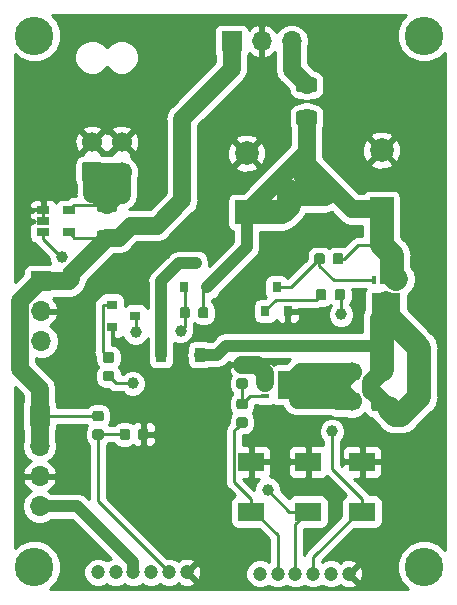
<source format=gbr>
G04 #@! TF.GenerationSoftware,KiCad,Pcbnew,(5.0.2)-1*
G04 #@! TF.CreationDate,2019-06-25T12:01:11-07:00*
G04 #@! TF.ProjectId,powerControl,706f7765-7243-46f6-9e74-726f6c2e6b69,rev?*
G04 #@! TF.SameCoordinates,Original*
G04 #@! TF.FileFunction,Copper,L1,Top*
G04 #@! TF.FilePolarity,Positive*
%FSLAX46Y46*%
G04 Gerber Fmt 4.6, Leading zero omitted, Abs format (unit mm)*
G04 Created by KiCad (PCBNEW (5.0.2)-1) date 6/25/2019 12:01:11 PM*
%MOMM*%
%LPD*%
G01*
G04 APERTURE LIST*
G04 #@! TA.AperFunction,ComponentPad*
%ADD10C,2.000000*%
G04 #@! TD*
G04 #@! TA.AperFunction,ComponentPad*
%ADD11R,2.000000X2.000000*%
G04 #@! TD*
G04 #@! TA.AperFunction,ComponentPad*
%ADD12C,1.417157*%
G04 #@! TD*
G04 #@! TA.AperFunction,Conductor*
%ADD13C,0.100000*%
G04 #@! TD*
G04 #@! TA.AperFunction,ComponentPad*
%ADD14C,1.700000*%
G04 #@! TD*
G04 #@! TA.AperFunction,ComponentPad*
%ADD15R,1.700000X1.700000*%
G04 #@! TD*
G04 #@! TA.AperFunction,ComponentPad*
%ADD16O,1.700000X1.700000*%
G04 #@! TD*
G04 #@! TA.AperFunction,SMDPad,CuDef*
%ADD17R,0.900000X1.200000*%
G04 #@! TD*
G04 #@! TA.AperFunction,SMDPad,CuDef*
%ADD18C,1.710000*%
G04 #@! TD*
G04 #@! TA.AperFunction,SMDPad,CuDef*
%ADD19R,0.700000X0.420000*%
G04 #@! TD*
G04 #@! TA.AperFunction,SMDPad,CuDef*
%ADD20R,0.420000X0.700000*%
G04 #@! TD*
G04 #@! TA.AperFunction,SMDPad,CuDef*
%ADD21R,0.900000X0.800000*%
G04 #@! TD*
G04 #@! TA.AperFunction,SMDPad,CuDef*
%ADD22R,0.800000X0.900000*%
G04 #@! TD*
G04 #@! TA.AperFunction,SMDPad,CuDef*
%ADD23C,0.875000*%
G04 #@! TD*
G04 #@! TA.AperFunction,SMDPad,CuDef*
%ADD24C,1.250000*%
G04 #@! TD*
G04 #@! TA.AperFunction,SMDPad,CuDef*
%ADD25R,2.179320X1.620520*%
G04 #@! TD*
G04 #@! TA.AperFunction,ComponentPad*
%ADD26C,1.200000*%
G04 #@! TD*
G04 #@! TA.AperFunction,ComponentPad*
%ADD27C,3.260000*%
G04 #@! TD*
G04 #@! TA.AperFunction,SMDPad,CuDef*
%ADD28R,1.060000X0.650000*%
G04 #@! TD*
G04 #@! TA.AperFunction,ViaPad*
%ADD29C,1.000000*%
G04 #@! TD*
G04 #@! TA.AperFunction,Conductor*
%ADD30C,1.000000*%
G04 #@! TD*
G04 #@! TA.AperFunction,Conductor*
%ADD31C,1.500000*%
G04 #@! TD*
G04 #@! TA.AperFunction,Conductor*
%ADD32C,0.250000*%
G04 #@! TD*
G04 #@! TA.AperFunction,Conductor*
%ADD33C,2.000000*%
G04 #@! TD*
G04 #@! TA.AperFunction,Conductor*
%ADD34C,0.254000*%
G04 #@! TD*
G04 APERTURE END LIST*
D10*
G04 #@! TO.P,C2,2*
G04 #@! TO.N,GND*
X92964000Y-47959000D03*
D11*
G04 #@! TO.P,C2,1*
G04 #@! TO.N,V_LED*
X92964000Y-52959000D03*
G04 #@! TD*
G04 #@! TO.P,C1,1*
G04 #@! TO.N,V_LED*
X104394000Y-52705000D03*
D10*
G04 #@! TO.P,C1,2*
G04 #@! TO.N,GND*
X104394000Y-47705000D03*
G04 #@! TD*
D12*
G04 #@! TO.P,J11,1*
G04 #@! TO.N,LED+*
X104394000Y-68961000D03*
D13*
G04 #@! TD*
G04 #@! TO.N,LED+*
G04 #@! TO.C,J11*
G36*
X103745227Y-69806196D02*
X103698329Y-69791970D01*
X103655107Y-69768867D01*
X103617223Y-69737777D01*
X103586133Y-69699893D01*
X103563030Y-69656671D01*
X103548804Y-69609773D01*
X103544000Y-69561000D01*
X103544000Y-68361000D01*
X103548804Y-68312227D01*
X103563030Y-68265329D01*
X103586133Y-68222107D01*
X103617223Y-68184223D01*
X103655107Y-68153133D01*
X103698329Y-68130030D01*
X103745227Y-68115804D01*
X103794000Y-68111000D01*
X104594000Y-68111000D01*
X104642773Y-68115804D01*
X104689671Y-68130030D01*
X104732893Y-68153133D01*
X104770777Y-68184223D01*
X105170777Y-68584223D01*
X105201867Y-68622107D01*
X105224970Y-68665329D01*
X105239196Y-68712227D01*
X105244000Y-68761000D01*
X105244000Y-69561000D01*
X105239196Y-69609773D01*
X105224970Y-69656671D01*
X105201867Y-69699893D01*
X105170777Y-69737777D01*
X105132893Y-69768867D01*
X105089671Y-69791970D01*
X105042773Y-69806196D01*
X104994000Y-69811000D01*
X103794000Y-69811000D01*
X103745227Y-69806196D01*
X103745227Y-69806196D01*
G37*
D14*
G04 #@! TO.P,J11,2*
G04 #@! TO.N,LED+*
X104394000Y-66461000D03*
G04 #@! TO.P,J11,3*
G04 #@! TO.N,LED-*
X101894000Y-68961000D03*
G04 #@! TO.P,J11,4*
X101894000Y-66461000D03*
G04 #@! TD*
D15*
G04 #@! TO.P,J9,1*
G04 #@! TO.N,/Vbatt_out*
X75438000Y-70231000D03*
D16*
G04 #@! TO.P,J9,2*
X75438000Y-72771000D03*
G04 #@! TO.P,J9,3*
G04 #@! TO.N,GND*
X75438000Y-75311000D03*
G04 #@! TO.P,J9,4*
G04 #@! TO.N,/3.3V*
X75438000Y-77851000D03*
G04 #@! TD*
D17*
G04 #@! TO.P,D3,1*
G04 #@! TO.N,LED+*
X89026000Y-65024000D03*
G04 #@! TO.P,D3,2*
G04 #@! TO.N,Net-(D3-Pad2)*
X85726000Y-65024000D03*
G04 #@! TD*
D18*
G04 #@! TO.P,Q2,5*
G04 #@! TO.N,LED-*
X96467000Y-67564000D03*
D13*
G04 #@! TD*
G04 #@! TO.N,LED-*
G04 #@! TO.C,Q2*
G36*
X97862000Y-66799000D02*
X97322000Y-66799000D01*
X97322000Y-67029000D01*
X97862000Y-67029000D01*
X97862000Y-67449000D01*
X97322000Y-67449000D01*
X97322000Y-67679000D01*
X97862000Y-67679000D01*
X97862000Y-68099000D01*
X97322000Y-68099000D01*
X97322000Y-68329000D01*
X97862000Y-68329000D01*
X97862000Y-68749000D01*
X95612000Y-68749000D01*
X95612000Y-66379000D01*
X97862000Y-66379000D01*
X97862000Y-66799000D01*
X97862000Y-66799000D01*
G37*
D19*
G04 #@! TO.P,Q2,4*
G04 #@! TO.N,Net-(Q2-Pad4)*
X94512000Y-68539000D03*
G04 #@! TO.P,Q2,2*
G04 #@! TO.N,GND*
X94512000Y-67239000D03*
G04 #@! TO.P,Q2,3*
X94512000Y-67889000D03*
G04 #@! TO.P,Q2,1*
X94512000Y-66589000D03*
G04 #@! TD*
D20*
G04 #@! TO.P,Q1,1*
G04 #@! TO.N,V_LED*
X105750000Y-58698000D03*
G04 #@! TO.P,Q1,3*
X104450000Y-58698000D03*
G04 #@! TO.P,Q1,2*
X105100000Y-58698000D03*
G04 #@! TO.P,Q1,4*
G04 #@! TO.N,Net-(Q1-Pad4)*
X103800000Y-58698000D03*
D18*
G04 #@! TO.P,Q1,5*
G04 #@! TO.N,LED+*
X104775000Y-60653000D03*
D13*
G04 #@! TD*
G04 #@! TO.N,LED+*
G04 #@! TO.C,Q1*
G36*
X105540000Y-62048000D02*
X105540000Y-61508000D01*
X105310000Y-61508000D01*
X105310000Y-62048000D01*
X104890000Y-62048000D01*
X104890000Y-61508000D01*
X104660000Y-61508000D01*
X104660000Y-62048000D01*
X104240000Y-62048000D01*
X104240000Y-61508000D01*
X104010000Y-61508000D01*
X104010000Y-62048000D01*
X103590000Y-62048000D01*
X103590000Y-59798000D01*
X105960000Y-59798000D01*
X105960000Y-62048000D01*
X105540000Y-62048000D01*
X105540000Y-62048000D01*
G37*
D21*
G04 #@! TO.P,Q5,1*
G04 #@! TO.N,Net-(Q5-Pad1)*
X81550000Y-60772000D03*
G04 #@! TO.P,Q5,2*
G04 #@! TO.N,GND*
X81550000Y-62672000D03*
G04 #@! TO.P,Q5,3*
G04 #@! TO.N,Net-(Q4-Pad1)*
X83550000Y-61722000D03*
G04 #@! TD*
D22*
G04 #@! TO.P,Q4,3*
G04 #@! TO.N,Net-(D3-Pad2)*
X88646000Y-57293000D03*
G04 #@! TO.P,Q4,2*
G04 #@! TO.N,V_LED*
X89596000Y-59293000D03*
G04 #@! TO.P,Q4,1*
G04 #@! TO.N,Net-(Q4-Pad1)*
X87696000Y-59293000D03*
G04 #@! TD*
G04 #@! TO.P,Q3,1*
G04 #@! TO.N,Net-(Q3-Pad1)*
X94554000Y-61325000D03*
G04 #@! TO.P,Q3,2*
G04 #@! TO.N,GND*
X96454000Y-61325000D03*
G04 #@! TO.P,Q3,3*
G04 #@! TO.N,Net-(Q1-Pad4)*
X95504000Y-59325000D03*
G04 #@! TD*
D13*
G04 #@! TO.N,LED_EN*
G04 #@! TO.C,R2*
G36*
X92860691Y-70328053D02*
X92881926Y-70331203D01*
X92902750Y-70336419D01*
X92922962Y-70343651D01*
X92942368Y-70352830D01*
X92960781Y-70363866D01*
X92978024Y-70376654D01*
X92993930Y-70391070D01*
X93008346Y-70406976D01*
X93021134Y-70424219D01*
X93032170Y-70442632D01*
X93041349Y-70462038D01*
X93048581Y-70482250D01*
X93053797Y-70503074D01*
X93056947Y-70524309D01*
X93058000Y-70545750D01*
X93058000Y-70983250D01*
X93056947Y-71004691D01*
X93053797Y-71025926D01*
X93048581Y-71046750D01*
X93041349Y-71066962D01*
X93032170Y-71086368D01*
X93021134Y-71104781D01*
X93008346Y-71122024D01*
X92993930Y-71137930D01*
X92978024Y-71152346D01*
X92960781Y-71165134D01*
X92942368Y-71176170D01*
X92922962Y-71185349D01*
X92902750Y-71192581D01*
X92881926Y-71197797D01*
X92860691Y-71200947D01*
X92839250Y-71202000D01*
X92326750Y-71202000D01*
X92305309Y-71200947D01*
X92284074Y-71197797D01*
X92263250Y-71192581D01*
X92243038Y-71185349D01*
X92223632Y-71176170D01*
X92205219Y-71165134D01*
X92187976Y-71152346D01*
X92172070Y-71137930D01*
X92157654Y-71122024D01*
X92144866Y-71104781D01*
X92133830Y-71086368D01*
X92124651Y-71066962D01*
X92117419Y-71046750D01*
X92112203Y-71025926D01*
X92109053Y-71004691D01*
X92108000Y-70983250D01*
X92108000Y-70545750D01*
X92109053Y-70524309D01*
X92112203Y-70503074D01*
X92117419Y-70482250D01*
X92124651Y-70462038D01*
X92133830Y-70442632D01*
X92144866Y-70424219D01*
X92157654Y-70406976D01*
X92172070Y-70391070D01*
X92187976Y-70376654D01*
X92205219Y-70363866D01*
X92223632Y-70352830D01*
X92243038Y-70343651D01*
X92263250Y-70336419D01*
X92284074Y-70331203D01*
X92305309Y-70328053D01*
X92326750Y-70327000D01*
X92839250Y-70327000D01*
X92860691Y-70328053D01*
X92860691Y-70328053D01*
G37*
D23*
G04 #@! TD*
G04 #@! TO.P,R2,2*
G04 #@! TO.N,LED_EN*
X92583000Y-70764500D03*
D13*
G04 #@! TO.N,Net-(Q2-Pad4)*
G04 #@! TO.C,R2*
G36*
X92860691Y-68753053D02*
X92881926Y-68756203D01*
X92902750Y-68761419D01*
X92922962Y-68768651D01*
X92942368Y-68777830D01*
X92960781Y-68788866D01*
X92978024Y-68801654D01*
X92993930Y-68816070D01*
X93008346Y-68831976D01*
X93021134Y-68849219D01*
X93032170Y-68867632D01*
X93041349Y-68887038D01*
X93048581Y-68907250D01*
X93053797Y-68928074D01*
X93056947Y-68949309D01*
X93058000Y-68970750D01*
X93058000Y-69408250D01*
X93056947Y-69429691D01*
X93053797Y-69450926D01*
X93048581Y-69471750D01*
X93041349Y-69491962D01*
X93032170Y-69511368D01*
X93021134Y-69529781D01*
X93008346Y-69547024D01*
X92993930Y-69562930D01*
X92978024Y-69577346D01*
X92960781Y-69590134D01*
X92942368Y-69601170D01*
X92922962Y-69610349D01*
X92902750Y-69617581D01*
X92881926Y-69622797D01*
X92860691Y-69625947D01*
X92839250Y-69627000D01*
X92326750Y-69627000D01*
X92305309Y-69625947D01*
X92284074Y-69622797D01*
X92263250Y-69617581D01*
X92243038Y-69610349D01*
X92223632Y-69601170D01*
X92205219Y-69590134D01*
X92187976Y-69577346D01*
X92172070Y-69562930D01*
X92157654Y-69547024D01*
X92144866Y-69529781D01*
X92133830Y-69511368D01*
X92124651Y-69491962D01*
X92117419Y-69471750D01*
X92112203Y-69450926D01*
X92109053Y-69429691D01*
X92108000Y-69408250D01*
X92108000Y-68970750D01*
X92109053Y-68949309D01*
X92112203Y-68928074D01*
X92117419Y-68907250D01*
X92124651Y-68887038D01*
X92133830Y-68867632D01*
X92144866Y-68849219D01*
X92157654Y-68831976D01*
X92172070Y-68816070D01*
X92187976Y-68801654D01*
X92205219Y-68788866D01*
X92223632Y-68777830D01*
X92243038Y-68768651D01*
X92263250Y-68761419D01*
X92284074Y-68756203D01*
X92305309Y-68753053D01*
X92326750Y-68752000D01*
X92839250Y-68752000D01*
X92860691Y-68753053D01*
X92860691Y-68753053D01*
G37*
D23*
G04 #@! TD*
G04 #@! TO.P,R2,1*
G04 #@! TO.N,Net-(Q2-Pad4)*
X92583000Y-69189500D03*
D13*
G04 #@! TO.N,Net-(Q3-Pad1)*
G04 #@! TO.C,R3*
G36*
X99528691Y-59470053D02*
X99549926Y-59473203D01*
X99570750Y-59478419D01*
X99590962Y-59485651D01*
X99610368Y-59494830D01*
X99628781Y-59505866D01*
X99646024Y-59518654D01*
X99661930Y-59533070D01*
X99676346Y-59548976D01*
X99689134Y-59566219D01*
X99700170Y-59584632D01*
X99709349Y-59604038D01*
X99716581Y-59624250D01*
X99721797Y-59645074D01*
X99724947Y-59666309D01*
X99726000Y-59687750D01*
X99726000Y-60200250D01*
X99724947Y-60221691D01*
X99721797Y-60242926D01*
X99716581Y-60263750D01*
X99709349Y-60283962D01*
X99700170Y-60303368D01*
X99689134Y-60321781D01*
X99676346Y-60339024D01*
X99661930Y-60354930D01*
X99646024Y-60369346D01*
X99628781Y-60382134D01*
X99610368Y-60393170D01*
X99590962Y-60402349D01*
X99570750Y-60409581D01*
X99549926Y-60414797D01*
X99528691Y-60417947D01*
X99507250Y-60419000D01*
X99069750Y-60419000D01*
X99048309Y-60417947D01*
X99027074Y-60414797D01*
X99006250Y-60409581D01*
X98986038Y-60402349D01*
X98966632Y-60393170D01*
X98948219Y-60382134D01*
X98930976Y-60369346D01*
X98915070Y-60354930D01*
X98900654Y-60339024D01*
X98887866Y-60321781D01*
X98876830Y-60303368D01*
X98867651Y-60283962D01*
X98860419Y-60263750D01*
X98855203Y-60242926D01*
X98852053Y-60221691D01*
X98851000Y-60200250D01*
X98851000Y-59687750D01*
X98852053Y-59666309D01*
X98855203Y-59645074D01*
X98860419Y-59624250D01*
X98867651Y-59604038D01*
X98876830Y-59584632D01*
X98887866Y-59566219D01*
X98900654Y-59548976D01*
X98915070Y-59533070D01*
X98930976Y-59518654D01*
X98948219Y-59505866D01*
X98966632Y-59494830D01*
X98986038Y-59485651D01*
X99006250Y-59478419D01*
X99027074Y-59473203D01*
X99048309Y-59470053D01*
X99069750Y-59469000D01*
X99507250Y-59469000D01*
X99528691Y-59470053D01*
X99528691Y-59470053D01*
G37*
D23*
G04 #@! TD*
G04 #@! TO.P,R3,1*
G04 #@! TO.N,Net-(Q3-Pad1)*
X99288500Y-59944000D03*
D13*
G04 #@! TO.N,Flash*
G04 #@! TO.C,R3*
G36*
X101103691Y-59470053D02*
X101124926Y-59473203D01*
X101145750Y-59478419D01*
X101165962Y-59485651D01*
X101185368Y-59494830D01*
X101203781Y-59505866D01*
X101221024Y-59518654D01*
X101236930Y-59533070D01*
X101251346Y-59548976D01*
X101264134Y-59566219D01*
X101275170Y-59584632D01*
X101284349Y-59604038D01*
X101291581Y-59624250D01*
X101296797Y-59645074D01*
X101299947Y-59666309D01*
X101301000Y-59687750D01*
X101301000Y-60200250D01*
X101299947Y-60221691D01*
X101296797Y-60242926D01*
X101291581Y-60263750D01*
X101284349Y-60283962D01*
X101275170Y-60303368D01*
X101264134Y-60321781D01*
X101251346Y-60339024D01*
X101236930Y-60354930D01*
X101221024Y-60369346D01*
X101203781Y-60382134D01*
X101185368Y-60393170D01*
X101165962Y-60402349D01*
X101145750Y-60409581D01*
X101124926Y-60414797D01*
X101103691Y-60417947D01*
X101082250Y-60419000D01*
X100644750Y-60419000D01*
X100623309Y-60417947D01*
X100602074Y-60414797D01*
X100581250Y-60409581D01*
X100561038Y-60402349D01*
X100541632Y-60393170D01*
X100523219Y-60382134D01*
X100505976Y-60369346D01*
X100490070Y-60354930D01*
X100475654Y-60339024D01*
X100462866Y-60321781D01*
X100451830Y-60303368D01*
X100442651Y-60283962D01*
X100435419Y-60263750D01*
X100430203Y-60242926D01*
X100427053Y-60221691D01*
X100426000Y-60200250D01*
X100426000Y-59687750D01*
X100427053Y-59666309D01*
X100430203Y-59645074D01*
X100435419Y-59624250D01*
X100442651Y-59604038D01*
X100451830Y-59584632D01*
X100462866Y-59566219D01*
X100475654Y-59548976D01*
X100490070Y-59533070D01*
X100505976Y-59518654D01*
X100523219Y-59505866D01*
X100541632Y-59494830D01*
X100561038Y-59485651D01*
X100581250Y-59478419D01*
X100602074Y-59473203D01*
X100623309Y-59470053D01*
X100644750Y-59469000D01*
X101082250Y-59469000D01*
X101103691Y-59470053D01*
X101103691Y-59470053D01*
G37*
D23*
G04 #@! TD*
G04 #@! TO.P,R3,2*
G04 #@! TO.N,Flash*
X100863500Y-59944000D03*
D13*
G04 #@! TO.N,V_LED*
G04 #@! TO.C,R6*
G36*
X100951191Y-56422053D02*
X100972426Y-56425203D01*
X100993250Y-56430419D01*
X101013462Y-56437651D01*
X101032868Y-56446830D01*
X101051281Y-56457866D01*
X101068524Y-56470654D01*
X101084430Y-56485070D01*
X101098846Y-56500976D01*
X101111634Y-56518219D01*
X101122670Y-56536632D01*
X101131849Y-56556038D01*
X101139081Y-56576250D01*
X101144297Y-56597074D01*
X101147447Y-56618309D01*
X101148500Y-56639750D01*
X101148500Y-57152250D01*
X101147447Y-57173691D01*
X101144297Y-57194926D01*
X101139081Y-57215750D01*
X101131849Y-57235962D01*
X101122670Y-57255368D01*
X101111634Y-57273781D01*
X101098846Y-57291024D01*
X101084430Y-57306930D01*
X101068524Y-57321346D01*
X101051281Y-57334134D01*
X101032868Y-57345170D01*
X101013462Y-57354349D01*
X100993250Y-57361581D01*
X100972426Y-57366797D01*
X100951191Y-57369947D01*
X100929750Y-57371000D01*
X100492250Y-57371000D01*
X100470809Y-57369947D01*
X100449574Y-57366797D01*
X100428750Y-57361581D01*
X100408538Y-57354349D01*
X100389132Y-57345170D01*
X100370719Y-57334134D01*
X100353476Y-57321346D01*
X100337570Y-57306930D01*
X100323154Y-57291024D01*
X100310366Y-57273781D01*
X100299330Y-57255368D01*
X100290151Y-57235962D01*
X100282919Y-57215750D01*
X100277703Y-57194926D01*
X100274553Y-57173691D01*
X100273500Y-57152250D01*
X100273500Y-56639750D01*
X100274553Y-56618309D01*
X100277703Y-56597074D01*
X100282919Y-56576250D01*
X100290151Y-56556038D01*
X100299330Y-56536632D01*
X100310366Y-56518219D01*
X100323154Y-56500976D01*
X100337570Y-56485070D01*
X100353476Y-56470654D01*
X100370719Y-56457866D01*
X100389132Y-56446830D01*
X100408538Y-56437651D01*
X100428750Y-56430419D01*
X100449574Y-56425203D01*
X100470809Y-56422053D01*
X100492250Y-56421000D01*
X100929750Y-56421000D01*
X100951191Y-56422053D01*
X100951191Y-56422053D01*
G37*
D23*
G04 #@! TD*
G04 #@! TO.P,R6,2*
G04 #@! TO.N,V_LED*
X100711000Y-56896000D03*
D13*
G04 #@! TO.N,Net-(Q1-Pad4)*
G04 #@! TO.C,R6*
G36*
X99376191Y-56422053D02*
X99397426Y-56425203D01*
X99418250Y-56430419D01*
X99438462Y-56437651D01*
X99457868Y-56446830D01*
X99476281Y-56457866D01*
X99493524Y-56470654D01*
X99509430Y-56485070D01*
X99523846Y-56500976D01*
X99536634Y-56518219D01*
X99547670Y-56536632D01*
X99556849Y-56556038D01*
X99564081Y-56576250D01*
X99569297Y-56597074D01*
X99572447Y-56618309D01*
X99573500Y-56639750D01*
X99573500Y-57152250D01*
X99572447Y-57173691D01*
X99569297Y-57194926D01*
X99564081Y-57215750D01*
X99556849Y-57235962D01*
X99547670Y-57255368D01*
X99536634Y-57273781D01*
X99523846Y-57291024D01*
X99509430Y-57306930D01*
X99493524Y-57321346D01*
X99476281Y-57334134D01*
X99457868Y-57345170D01*
X99438462Y-57354349D01*
X99418250Y-57361581D01*
X99397426Y-57366797D01*
X99376191Y-57369947D01*
X99354750Y-57371000D01*
X98917250Y-57371000D01*
X98895809Y-57369947D01*
X98874574Y-57366797D01*
X98853750Y-57361581D01*
X98833538Y-57354349D01*
X98814132Y-57345170D01*
X98795719Y-57334134D01*
X98778476Y-57321346D01*
X98762570Y-57306930D01*
X98748154Y-57291024D01*
X98735366Y-57273781D01*
X98724330Y-57255368D01*
X98715151Y-57235962D01*
X98707919Y-57215750D01*
X98702703Y-57194926D01*
X98699553Y-57173691D01*
X98698500Y-57152250D01*
X98698500Y-56639750D01*
X98699553Y-56618309D01*
X98702703Y-56597074D01*
X98707919Y-56576250D01*
X98715151Y-56556038D01*
X98724330Y-56536632D01*
X98735366Y-56518219D01*
X98748154Y-56500976D01*
X98762570Y-56485070D01*
X98778476Y-56470654D01*
X98795719Y-56457866D01*
X98814132Y-56446830D01*
X98833538Y-56437651D01*
X98853750Y-56430419D01*
X98874574Y-56425203D01*
X98895809Y-56422053D01*
X98917250Y-56421000D01*
X99354750Y-56421000D01*
X99376191Y-56422053D01*
X99376191Y-56422053D01*
G37*
D23*
G04 #@! TD*
G04 #@! TO.P,R6,1*
G04 #@! TO.N,Net-(Q1-Pad4)*
X99136000Y-56896000D03*
D13*
G04 #@! TO.N,GND*
G04 #@! TO.C,R4*
G36*
X92860691Y-65451053D02*
X92881926Y-65454203D01*
X92902750Y-65459419D01*
X92922962Y-65466651D01*
X92942368Y-65475830D01*
X92960781Y-65486866D01*
X92978024Y-65499654D01*
X92993930Y-65514070D01*
X93008346Y-65529976D01*
X93021134Y-65547219D01*
X93032170Y-65565632D01*
X93041349Y-65585038D01*
X93048581Y-65605250D01*
X93053797Y-65626074D01*
X93056947Y-65647309D01*
X93058000Y-65668750D01*
X93058000Y-66106250D01*
X93056947Y-66127691D01*
X93053797Y-66148926D01*
X93048581Y-66169750D01*
X93041349Y-66189962D01*
X93032170Y-66209368D01*
X93021134Y-66227781D01*
X93008346Y-66245024D01*
X92993930Y-66260930D01*
X92978024Y-66275346D01*
X92960781Y-66288134D01*
X92942368Y-66299170D01*
X92922962Y-66308349D01*
X92902750Y-66315581D01*
X92881926Y-66320797D01*
X92860691Y-66323947D01*
X92839250Y-66325000D01*
X92326750Y-66325000D01*
X92305309Y-66323947D01*
X92284074Y-66320797D01*
X92263250Y-66315581D01*
X92243038Y-66308349D01*
X92223632Y-66299170D01*
X92205219Y-66288134D01*
X92187976Y-66275346D01*
X92172070Y-66260930D01*
X92157654Y-66245024D01*
X92144866Y-66227781D01*
X92133830Y-66209368D01*
X92124651Y-66189962D01*
X92117419Y-66169750D01*
X92112203Y-66148926D01*
X92109053Y-66127691D01*
X92108000Y-66106250D01*
X92108000Y-65668750D01*
X92109053Y-65647309D01*
X92112203Y-65626074D01*
X92117419Y-65605250D01*
X92124651Y-65585038D01*
X92133830Y-65565632D01*
X92144866Y-65547219D01*
X92157654Y-65529976D01*
X92172070Y-65514070D01*
X92187976Y-65499654D01*
X92205219Y-65486866D01*
X92223632Y-65475830D01*
X92243038Y-65466651D01*
X92263250Y-65459419D01*
X92284074Y-65454203D01*
X92305309Y-65451053D01*
X92326750Y-65450000D01*
X92839250Y-65450000D01*
X92860691Y-65451053D01*
X92860691Y-65451053D01*
G37*
D23*
G04 #@! TD*
G04 #@! TO.P,R4,1*
G04 #@! TO.N,GND*
X92583000Y-65887500D03*
D13*
G04 #@! TO.N,Net-(Q2-Pad4)*
G04 #@! TO.C,R4*
G36*
X92860691Y-67026053D02*
X92881926Y-67029203D01*
X92902750Y-67034419D01*
X92922962Y-67041651D01*
X92942368Y-67050830D01*
X92960781Y-67061866D01*
X92978024Y-67074654D01*
X92993930Y-67089070D01*
X93008346Y-67104976D01*
X93021134Y-67122219D01*
X93032170Y-67140632D01*
X93041349Y-67160038D01*
X93048581Y-67180250D01*
X93053797Y-67201074D01*
X93056947Y-67222309D01*
X93058000Y-67243750D01*
X93058000Y-67681250D01*
X93056947Y-67702691D01*
X93053797Y-67723926D01*
X93048581Y-67744750D01*
X93041349Y-67764962D01*
X93032170Y-67784368D01*
X93021134Y-67802781D01*
X93008346Y-67820024D01*
X92993930Y-67835930D01*
X92978024Y-67850346D01*
X92960781Y-67863134D01*
X92942368Y-67874170D01*
X92922962Y-67883349D01*
X92902750Y-67890581D01*
X92881926Y-67895797D01*
X92860691Y-67898947D01*
X92839250Y-67900000D01*
X92326750Y-67900000D01*
X92305309Y-67898947D01*
X92284074Y-67895797D01*
X92263250Y-67890581D01*
X92243038Y-67883349D01*
X92223632Y-67874170D01*
X92205219Y-67863134D01*
X92187976Y-67850346D01*
X92172070Y-67835930D01*
X92157654Y-67820024D01*
X92144866Y-67802781D01*
X92133830Y-67784368D01*
X92124651Y-67764962D01*
X92117419Y-67744750D01*
X92112203Y-67723926D01*
X92109053Y-67702691D01*
X92108000Y-67681250D01*
X92108000Y-67243750D01*
X92109053Y-67222309D01*
X92112203Y-67201074D01*
X92117419Y-67180250D01*
X92124651Y-67160038D01*
X92133830Y-67140632D01*
X92144866Y-67122219D01*
X92157654Y-67104976D01*
X92172070Y-67089070D01*
X92187976Y-67074654D01*
X92205219Y-67061866D01*
X92223632Y-67050830D01*
X92243038Y-67041651D01*
X92263250Y-67034419D01*
X92284074Y-67029203D01*
X92305309Y-67026053D01*
X92326750Y-67025000D01*
X92839250Y-67025000D01*
X92860691Y-67026053D01*
X92860691Y-67026053D01*
G37*
D23*
G04 #@! TD*
G04 #@! TO.P,R4,2*
G04 #@! TO.N,Net-(Q2-Pad4)*
X92583000Y-67462500D03*
D13*
G04 #@! TO.N,V_LED*
G04 #@! TO.C,R7*
G36*
X98693504Y-44340204D02*
X98717773Y-44343804D01*
X98741571Y-44349765D01*
X98764671Y-44358030D01*
X98786849Y-44368520D01*
X98807893Y-44381133D01*
X98827598Y-44395747D01*
X98845777Y-44412223D01*
X98862253Y-44430402D01*
X98876867Y-44450107D01*
X98889480Y-44471151D01*
X98899970Y-44493329D01*
X98908235Y-44516429D01*
X98914196Y-44540227D01*
X98917796Y-44564496D01*
X98919000Y-44589000D01*
X98919000Y-45339000D01*
X98917796Y-45363504D01*
X98914196Y-45387773D01*
X98908235Y-45411571D01*
X98899970Y-45434671D01*
X98889480Y-45456849D01*
X98876867Y-45477893D01*
X98862253Y-45497598D01*
X98845777Y-45515777D01*
X98827598Y-45532253D01*
X98807893Y-45546867D01*
X98786849Y-45559480D01*
X98764671Y-45569970D01*
X98741571Y-45578235D01*
X98717773Y-45584196D01*
X98693504Y-45587796D01*
X98669000Y-45589000D01*
X97419000Y-45589000D01*
X97394496Y-45587796D01*
X97370227Y-45584196D01*
X97346429Y-45578235D01*
X97323329Y-45569970D01*
X97301151Y-45559480D01*
X97280107Y-45546867D01*
X97260402Y-45532253D01*
X97242223Y-45515777D01*
X97225747Y-45497598D01*
X97211133Y-45477893D01*
X97198520Y-45456849D01*
X97188030Y-45434671D01*
X97179765Y-45411571D01*
X97173804Y-45387773D01*
X97170204Y-45363504D01*
X97169000Y-45339000D01*
X97169000Y-44589000D01*
X97170204Y-44564496D01*
X97173804Y-44540227D01*
X97179765Y-44516429D01*
X97188030Y-44493329D01*
X97198520Y-44471151D01*
X97211133Y-44450107D01*
X97225747Y-44430402D01*
X97242223Y-44412223D01*
X97260402Y-44395747D01*
X97280107Y-44381133D01*
X97301151Y-44368520D01*
X97323329Y-44358030D01*
X97346429Y-44349765D01*
X97370227Y-44343804D01*
X97394496Y-44340204D01*
X97419000Y-44339000D01*
X98669000Y-44339000D01*
X98693504Y-44340204D01*
X98693504Y-44340204D01*
G37*
D24*
G04 #@! TD*
G04 #@! TO.P,R7,1*
G04 #@! TO.N,V_LED*
X98044000Y-44964000D03*
D13*
G04 #@! TO.N,/12V*
G04 #@! TO.C,R7*
G36*
X98693504Y-41540204D02*
X98717773Y-41543804D01*
X98741571Y-41549765D01*
X98764671Y-41558030D01*
X98786849Y-41568520D01*
X98807893Y-41581133D01*
X98827598Y-41595747D01*
X98845777Y-41612223D01*
X98862253Y-41630402D01*
X98876867Y-41650107D01*
X98889480Y-41671151D01*
X98899970Y-41693329D01*
X98908235Y-41716429D01*
X98914196Y-41740227D01*
X98917796Y-41764496D01*
X98919000Y-41789000D01*
X98919000Y-42539000D01*
X98917796Y-42563504D01*
X98914196Y-42587773D01*
X98908235Y-42611571D01*
X98899970Y-42634671D01*
X98889480Y-42656849D01*
X98876867Y-42677893D01*
X98862253Y-42697598D01*
X98845777Y-42715777D01*
X98827598Y-42732253D01*
X98807893Y-42746867D01*
X98786849Y-42759480D01*
X98764671Y-42769970D01*
X98741571Y-42778235D01*
X98717773Y-42784196D01*
X98693504Y-42787796D01*
X98669000Y-42789000D01*
X97419000Y-42789000D01*
X97394496Y-42787796D01*
X97370227Y-42784196D01*
X97346429Y-42778235D01*
X97323329Y-42769970D01*
X97301151Y-42759480D01*
X97280107Y-42746867D01*
X97260402Y-42732253D01*
X97242223Y-42715777D01*
X97225747Y-42697598D01*
X97211133Y-42677893D01*
X97198520Y-42656849D01*
X97188030Y-42634671D01*
X97179765Y-42611571D01*
X97173804Y-42587773D01*
X97170204Y-42563504D01*
X97169000Y-42539000D01*
X97169000Y-41789000D01*
X97170204Y-41764496D01*
X97173804Y-41740227D01*
X97179765Y-41716429D01*
X97188030Y-41693329D01*
X97198520Y-41671151D01*
X97211133Y-41650107D01*
X97225747Y-41630402D01*
X97242223Y-41612223D01*
X97260402Y-41595747D01*
X97280107Y-41581133D01*
X97301151Y-41568520D01*
X97323329Y-41558030D01*
X97346429Y-41549765D01*
X97370227Y-41543804D01*
X97394496Y-41540204D01*
X97419000Y-41539000D01*
X98669000Y-41539000D01*
X98693504Y-41540204D01*
X98693504Y-41540204D01*
G37*
D24*
G04 #@! TD*
G04 #@! TO.P,R7,2*
G04 #@! TO.N,/12V*
X98044000Y-42164000D03*
D25*
G04 #@! TO.P,D1,1*
G04 #@! TO.N,LED_EN*
X93345000Y-78310740D03*
G04 #@! TO.P,D1,2*
G04 #@! TO.N,GND*
X93345000Y-74089260D03*
G04 #@! TD*
G04 #@! TO.P,D2,2*
G04 #@! TO.N,GND*
X102743000Y-74089260D03*
G04 #@! TO.P,D2,1*
G04 #@! TO.N,Flash*
X102743000Y-78310740D03*
G04 #@! TD*
G04 #@! TO.P,D4,1*
G04 #@! TO.N,Torch*
X98171000Y-78310740D03*
G04 #@! TO.P,D4,2*
G04 #@! TO.N,GND*
X98171000Y-74089260D03*
G04 #@! TD*
D26*
G04 #@! TO.P,J10,1*
G04 #@! TO.N,GND*
X101600000Y-83566000D03*
G04 #@! TO.P,J10,2*
G04 #@! TO.N,I_LED*
X100100000Y-83566000D03*
G04 #@! TO.P,J10,3*
G04 #@! TO.N,Flash*
X98600000Y-83566000D03*
G04 #@! TO.P,J10,4*
G04 #@! TO.N,Torch*
X97100000Y-83566000D03*
G04 #@! TO.P,J10,5*
G04 #@! TO.N,LED_EN*
X95600000Y-83566000D03*
G04 #@! TO.P,J10,6*
G04 #@! TO.N,LED_Sense*
X94100000Y-83566000D03*
G04 #@! TD*
D13*
G04 #@! TO.N,/Vbatt_out*
G04 #@! TO.C,R1*
G36*
X81802504Y-54497204D02*
X81826773Y-54500804D01*
X81850571Y-54506765D01*
X81873671Y-54515030D01*
X81895849Y-54525520D01*
X81916893Y-54538133D01*
X81936598Y-54552747D01*
X81954777Y-54569223D01*
X81971253Y-54587402D01*
X81985867Y-54607107D01*
X81998480Y-54628151D01*
X82008970Y-54650329D01*
X82017235Y-54673429D01*
X82023196Y-54697227D01*
X82026796Y-54721496D01*
X82028000Y-54746000D01*
X82028000Y-55496000D01*
X82026796Y-55520504D01*
X82023196Y-55544773D01*
X82017235Y-55568571D01*
X82008970Y-55591671D01*
X81998480Y-55613849D01*
X81985867Y-55634893D01*
X81971253Y-55654598D01*
X81954777Y-55672777D01*
X81936598Y-55689253D01*
X81916893Y-55703867D01*
X81895849Y-55716480D01*
X81873671Y-55726970D01*
X81850571Y-55735235D01*
X81826773Y-55741196D01*
X81802504Y-55744796D01*
X81778000Y-55746000D01*
X80528000Y-55746000D01*
X80503496Y-55744796D01*
X80479227Y-55741196D01*
X80455429Y-55735235D01*
X80432329Y-55726970D01*
X80410151Y-55716480D01*
X80389107Y-55703867D01*
X80369402Y-55689253D01*
X80351223Y-55672777D01*
X80334747Y-55654598D01*
X80320133Y-55634893D01*
X80307520Y-55613849D01*
X80297030Y-55591671D01*
X80288765Y-55568571D01*
X80282804Y-55544773D01*
X80279204Y-55520504D01*
X80278000Y-55496000D01*
X80278000Y-54746000D01*
X80279204Y-54721496D01*
X80282804Y-54697227D01*
X80288765Y-54673429D01*
X80297030Y-54650329D01*
X80307520Y-54628151D01*
X80320133Y-54607107D01*
X80334747Y-54587402D01*
X80351223Y-54569223D01*
X80369402Y-54552747D01*
X80389107Y-54538133D01*
X80410151Y-54525520D01*
X80432329Y-54515030D01*
X80455429Y-54506765D01*
X80479227Y-54500804D01*
X80503496Y-54497204D01*
X80528000Y-54496000D01*
X81778000Y-54496000D01*
X81802504Y-54497204D01*
X81802504Y-54497204D01*
G37*
D24*
G04 #@! TD*
G04 #@! TO.P,R1,1*
G04 #@! TO.N,/Vbatt_out*
X81153000Y-55121000D03*
D13*
G04 #@! TO.N,/Vbatt_in*
G04 #@! TO.C,R1*
G36*
X81802504Y-51697204D02*
X81826773Y-51700804D01*
X81850571Y-51706765D01*
X81873671Y-51715030D01*
X81895849Y-51725520D01*
X81916893Y-51738133D01*
X81936598Y-51752747D01*
X81954777Y-51769223D01*
X81971253Y-51787402D01*
X81985867Y-51807107D01*
X81998480Y-51828151D01*
X82008970Y-51850329D01*
X82017235Y-51873429D01*
X82023196Y-51897227D01*
X82026796Y-51921496D01*
X82028000Y-51946000D01*
X82028000Y-52696000D01*
X82026796Y-52720504D01*
X82023196Y-52744773D01*
X82017235Y-52768571D01*
X82008970Y-52791671D01*
X81998480Y-52813849D01*
X81985867Y-52834893D01*
X81971253Y-52854598D01*
X81954777Y-52872777D01*
X81936598Y-52889253D01*
X81916893Y-52903867D01*
X81895849Y-52916480D01*
X81873671Y-52926970D01*
X81850571Y-52935235D01*
X81826773Y-52941196D01*
X81802504Y-52944796D01*
X81778000Y-52946000D01*
X80528000Y-52946000D01*
X80503496Y-52944796D01*
X80479227Y-52941196D01*
X80455429Y-52935235D01*
X80432329Y-52926970D01*
X80410151Y-52916480D01*
X80389107Y-52903867D01*
X80369402Y-52889253D01*
X80351223Y-52872777D01*
X80334747Y-52854598D01*
X80320133Y-52834893D01*
X80307520Y-52813849D01*
X80297030Y-52791671D01*
X80288765Y-52768571D01*
X80282804Y-52744773D01*
X80279204Y-52720504D01*
X80278000Y-52696000D01*
X80278000Y-51946000D01*
X80279204Y-51921496D01*
X80282804Y-51897227D01*
X80288765Y-51873429D01*
X80297030Y-51850329D01*
X80307520Y-51828151D01*
X80320133Y-51807107D01*
X80334747Y-51787402D01*
X80351223Y-51769223D01*
X80369402Y-51752747D01*
X80389107Y-51738133D01*
X80410151Y-51725520D01*
X80432329Y-51715030D01*
X80455429Y-51706765D01*
X80479227Y-51700804D01*
X80503496Y-51697204D01*
X80528000Y-51696000D01*
X81778000Y-51696000D01*
X81802504Y-51697204D01*
X81802504Y-51697204D01*
G37*
D24*
G04 #@! TD*
G04 #@! TO.P,R1,2*
G04 #@! TO.N,/Vbatt_in*
X81153000Y-52321000D03*
D13*
G04 #@! TO.N,/Vbatt_in*
G04 #@! TO.C,J3*
G36*
X80507504Y-48681204D02*
X80531773Y-48684804D01*
X80555571Y-48690765D01*
X80578671Y-48699030D01*
X80600849Y-48709520D01*
X80621893Y-48722133D01*
X80641598Y-48736747D01*
X80659777Y-48753223D01*
X80676253Y-48771402D01*
X80690867Y-48791107D01*
X80703480Y-48812151D01*
X80713970Y-48834329D01*
X80722235Y-48857429D01*
X80728196Y-48881227D01*
X80731796Y-48905496D01*
X80733000Y-48930000D01*
X80733000Y-50130000D01*
X80731796Y-50154504D01*
X80728196Y-50178773D01*
X80722235Y-50202571D01*
X80713970Y-50225671D01*
X80703480Y-50247849D01*
X80690867Y-50268893D01*
X80676253Y-50288598D01*
X80659777Y-50306777D01*
X80641598Y-50323253D01*
X80621893Y-50337867D01*
X80600849Y-50350480D01*
X80578671Y-50360970D01*
X80555571Y-50369235D01*
X80531773Y-50375196D01*
X80507504Y-50378796D01*
X80483000Y-50380000D01*
X79283000Y-50380000D01*
X79258496Y-50378796D01*
X79234227Y-50375196D01*
X79210429Y-50369235D01*
X79187329Y-50360970D01*
X79165151Y-50350480D01*
X79144107Y-50337867D01*
X79124402Y-50323253D01*
X79106223Y-50306777D01*
X79089747Y-50288598D01*
X79075133Y-50268893D01*
X79062520Y-50247849D01*
X79052030Y-50225671D01*
X79043765Y-50202571D01*
X79037804Y-50178773D01*
X79034204Y-50154504D01*
X79033000Y-50130000D01*
X79033000Y-48930000D01*
X79034204Y-48905496D01*
X79037804Y-48881227D01*
X79043765Y-48857429D01*
X79052030Y-48834329D01*
X79062520Y-48812151D01*
X79075133Y-48791107D01*
X79089747Y-48771402D01*
X79106223Y-48753223D01*
X79124402Y-48736747D01*
X79144107Y-48722133D01*
X79165151Y-48709520D01*
X79187329Y-48699030D01*
X79210429Y-48690765D01*
X79234227Y-48684804D01*
X79258496Y-48681204D01*
X79283000Y-48680000D01*
X80483000Y-48680000D01*
X80507504Y-48681204D01*
X80507504Y-48681204D01*
G37*
D14*
G04 #@! TD*
G04 #@! TO.P,J3,1*
G04 #@! TO.N,/Vbatt_in*
X79883000Y-49530000D03*
G04 #@! TO.P,J3,2*
G04 #@! TO.N,/Vbatt_in*
X82383000Y-49530000D03*
G04 #@! TO.P,J3,3*
G04 #@! TO.N,GND*
X79883000Y-47030000D03*
G04 #@! TO.P,J3,4*
X82383000Y-47030000D03*
G04 #@! TD*
D27*
G04 #@! TO.P,J4,1*
G04 #@! TO.N,Net-(J4-Pad1)*
X108000000Y-83000000D03*
G04 #@! TD*
D16*
G04 #@! TO.P,J1,3*
G04 #@! TO.N,/5V*
X75565000Y-63881000D03*
G04 #@! TO.P,J1,2*
G04 #@! TO.N,GND*
X75565000Y-61341000D03*
D15*
G04 #@! TO.P,J1,1*
G04 #@! TO.N,/Vbatt_out*
X75565000Y-58801000D03*
G04 #@! TD*
D16*
G04 #@! TO.P,J8,3*
G04 #@! TO.N,/12V*
X96774000Y-38481000D03*
G04 #@! TO.P,J8,2*
G04 #@! TO.N,GND*
X94234000Y-38481000D03*
D15*
G04 #@! TO.P,J8,1*
G04 #@! TO.N,/Vbatt_out*
X91694000Y-38481000D03*
G04 #@! TD*
D13*
G04 #@! TO.N,/Vbatt_out*
G04 #@! TO.C,R21*
G36*
X80668691Y-69769053D02*
X80689926Y-69772203D01*
X80710750Y-69777419D01*
X80730962Y-69784651D01*
X80750368Y-69793830D01*
X80768781Y-69804866D01*
X80786024Y-69817654D01*
X80801930Y-69832070D01*
X80816346Y-69847976D01*
X80829134Y-69865219D01*
X80840170Y-69883632D01*
X80849349Y-69903038D01*
X80856581Y-69923250D01*
X80861797Y-69944074D01*
X80864947Y-69965309D01*
X80866000Y-69986750D01*
X80866000Y-70424250D01*
X80864947Y-70445691D01*
X80861797Y-70466926D01*
X80856581Y-70487750D01*
X80849349Y-70507962D01*
X80840170Y-70527368D01*
X80829134Y-70545781D01*
X80816346Y-70563024D01*
X80801930Y-70578930D01*
X80786024Y-70593346D01*
X80768781Y-70606134D01*
X80750368Y-70617170D01*
X80730962Y-70626349D01*
X80710750Y-70633581D01*
X80689926Y-70638797D01*
X80668691Y-70641947D01*
X80647250Y-70643000D01*
X80134750Y-70643000D01*
X80113309Y-70641947D01*
X80092074Y-70638797D01*
X80071250Y-70633581D01*
X80051038Y-70626349D01*
X80031632Y-70617170D01*
X80013219Y-70606134D01*
X79995976Y-70593346D01*
X79980070Y-70578930D01*
X79965654Y-70563024D01*
X79952866Y-70545781D01*
X79941830Y-70527368D01*
X79932651Y-70507962D01*
X79925419Y-70487750D01*
X79920203Y-70466926D01*
X79917053Y-70445691D01*
X79916000Y-70424250D01*
X79916000Y-69986750D01*
X79917053Y-69965309D01*
X79920203Y-69944074D01*
X79925419Y-69923250D01*
X79932651Y-69903038D01*
X79941830Y-69883632D01*
X79952866Y-69865219D01*
X79965654Y-69847976D01*
X79980070Y-69832070D01*
X79995976Y-69817654D01*
X80013219Y-69804866D01*
X80031632Y-69793830D01*
X80051038Y-69784651D01*
X80071250Y-69777419D01*
X80092074Y-69772203D01*
X80113309Y-69769053D01*
X80134750Y-69768000D01*
X80647250Y-69768000D01*
X80668691Y-69769053D01*
X80668691Y-69769053D01*
G37*
D23*
G04 #@! TD*
G04 #@! TO.P,R21,2*
G04 #@! TO.N,/Vbatt_out*
X80391000Y-70205500D03*
D13*
G04 #@! TO.N,/batt_sense*
G04 #@! TO.C,R21*
G36*
X80668691Y-71344053D02*
X80689926Y-71347203D01*
X80710750Y-71352419D01*
X80730962Y-71359651D01*
X80750368Y-71368830D01*
X80768781Y-71379866D01*
X80786024Y-71392654D01*
X80801930Y-71407070D01*
X80816346Y-71422976D01*
X80829134Y-71440219D01*
X80840170Y-71458632D01*
X80849349Y-71478038D01*
X80856581Y-71498250D01*
X80861797Y-71519074D01*
X80864947Y-71540309D01*
X80866000Y-71561750D01*
X80866000Y-71999250D01*
X80864947Y-72020691D01*
X80861797Y-72041926D01*
X80856581Y-72062750D01*
X80849349Y-72082962D01*
X80840170Y-72102368D01*
X80829134Y-72120781D01*
X80816346Y-72138024D01*
X80801930Y-72153930D01*
X80786024Y-72168346D01*
X80768781Y-72181134D01*
X80750368Y-72192170D01*
X80730962Y-72201349D01*
X80710750Y-72208581D01*
X80689926Y-72213797D01*
X80668691Y-72216947D01*
X80647250Y-72218000D01*
X80134750Y-72218000D01*
X80113309Y-72216947D01*
X80092074Y-72213797D01*
X80071250Y-72208581D01*
X80051038Y-72201349D01*
X80031632Y-72192170D01*
X80013219Y-72181134D01*
X79995976Y-72168346D01*
X79980070Y-72153930D01*
X79965654Y-72138024D01*
X79952866Y-72120781D01*
X79941830Y-72102368D01*
X79932651Y-72082962D01*
X79925419Y-72062750D01*
X79920203Y-72041926D01*
X79917053Y-72020691D01*
X79916000Y-71999250D01*
X79916000Y-71561750D01*
X79917053Y-71540309D01*
X79920203Y-71519074D01*
X79925419Y-71498250D01*
X79932651Y-71478038D01*
X79941830Y-71458632D01*
X79952866Y-71440219D01*
X79965654Y-71422976D01*
X79980070Y-71407070D01*
X79995976Y-71392654D01*
X80013219Y-71379866D01*
X80031632Y-71368830D01*
X80051038Y-71359651D01*
X80071250Y-71352419D01*
X80092074Y-71347203D01*
X80113309Y-71344053D01*
X80134750Y-71343000D01*
X80647250Y-71343000D01*
X80668691Y-71344053D01*
X80668691Y-71344053D01*
G37*
D23*
G04 #@! TD*
G04 #@! TO.P,R21,1*
G04 #@! TO.N,/batt_sense*
X80391000Y-71780500D03*
D13*
G04 #@! TO.N,/batt_sense*
G04 #@! TO.C,R22*
G36*
X82891691Y-71281053D02*
X82912926Y-71284203D01*
X82933750Y-71289419D01*
X82953962Y-71296651D01*
X82973368Y-71305830D01*
X82991781Y-71316866D01*
X83009024Y-71329654D01*
X83024930Y-71344070D01*
X83039346Y-71359976D01*
X83052134Y-71377219D01*
X83063170Y-71395632D01*
X83072349Y-71415038D01*
X83079581Y-71435250D01*
X83084797Y-71456074D01*
X83087947Y-71477309D01*
X83089000Y-71498750D01*
X83089000Y-72011250D01*
X83087947Y-72032691D01*
X83084797Y-72053926D01*
X83079581Y-72074750D01*
X83072349Y-72094962D01*
X83063170Y-72114368D01*
X83052134Y-72132781D01*
X83039346Y-72150024D01*
X83024930Y-72165930D01*
X83009024Y-72180346D01*
X82991781Y-72193134D01*
X82973368Y-72204170D01*
X82953962Y-72213349D01*
X82933750Y-72220581D01*
X82912926Y-72225797D01*
X82891691Y-72228947D01*
X82870250Y-72230000D01*
X82432750Y-72230000D01*
X82411309Y-72228947D01*
X82390074Y-72225797D01*
X82369250Y-72220581D01*
X82349038Y-72213349D01*
X82329632Y-72204170D01*
X82311219Y-72193134D01*
X82293976Y-72180346D01*
X82278070Y-72165930D01*
X82263654Y-72150024D01*
X82250866Y-72132781D01*
X82239830Y-72114368D01*
X82230651Y-72094962D01*
X82223419Y-72074750D01*
X82218203Y-72053926D01*
X82215053Y-72032691D01*
X82214000Y-72011250D01*
X82214000Y-71498750D01*
X82215053Y-71477309D01*
X82218203Y-71456074D01*
X82223419Y-71435250D01*
X82230651Y-71415038D01*
X82239830Y-71395632D01*
X82250866Y-71377219D01*
X82263654Y-71359976D01*
X82278070Y-71344070D01*
X82293976Y-71329654D01*
X82311219Y-71316866D01*
X82329632Y-71305830D01*
X82349038Y-71296651D01*
X82369250Y-71289419D01*
X82390074Y-71284203D01*
X82411309Y-71281053D01*
X82432750Y-71280000D01*
X82870250Y-71280000D01*
X82891691Y-71281053D01*
X82891691Y-71281053D01*
G37*
D23*
G04 #@! TD*
G04 #@! TO.P,R22,2*
G04 #@! TO.N,/batt_sense*
X82651500Y-71755000D03*
D13*
G04 #@! TO.N,GND*
G04 #@! TO.C,R22*
G36*
X84466691Y-71281053D02*
X84487926Y-71284203D01*
X84508750Y-71289419D01*
X84528962Y-71296651D01*
X84548368Y-71305830D01*
X84566781Y-71316866D01*
X84584024Y-71329654D01*
X84599930Y-71344070D01*
X84614346Y-71359976D01*
X84627134Y-71377219D01*
X84638170Y-71395632D01*
X84647349Y-71415038D01*
X84654581Y-71435250D01*
X84659797Y-71456074D01*
X84662947Y-71477309D01*
X84664000Y-71498750D01*
X84664000Y-72011250D01*
X84662947Y-72032691D01*
X84659797Y-72053926D01*
X84654581Y-72074750D01*
X84647349Y-72094962D01*
X84638170Y-72114368D01*
X84627134Y-72132781D01*
X84614346Y-72150024D01*
X84599930Y-72165930D01*
X84584024Y-72180346D01*
X84566781Y-72193134D01*
X84548368Y-72204170D01*
X84528962Y-72213349D01*
X84508750Y-72220581D01*
X84487926Y-72225797D01*
X84466691Y-72228947D01*
X84445250Y-72230000D01*
X84007750Y-72230000D01*
X83986309Y-72228947D01*
X83965074Y-72225797D01*
X83944250Y-72220581D01*
X83924038Y-72213349D01*
X83904632Y-72204170D01*
X83886219Y-72193134D01*
X83868976Y-72180346D01*
X83853070Y-72165930D01*
X83838654Y-72150024D01*
X83825866Y-72132781D01*
X83814830Y-72114368D01*
X83805651Y-72094962D01*
X83798419Y-72074750D01*
X83793203Y-72053926D01*
X83790053Y-72032691D01*
X83789000Y-72011250D01*
X83789000Y-71498750D01*
X83790053Y-71477309D01*
X83793203Y-71456074D01*
X83798419Y-71435250D01*
X83805651Y-71415038D01*
X83814830Y-71395632D01*
X83825866Y-71377219D01*
X83838654Y-71359976D01*
X83853070Y-71344070D01*
X83868976Y-71329654D01*
X83886219Y-71316866D01*
X83904632Y-71305830D01*
X83924038Y-71296651D01*
X83944250Y-71289419D01*
X83965074Y-71284203D01*
X83986309Y-71281053D01*
X84007750Y-71280000D01*
X84445250Y-71280000D01*
X84466691Y-71281053D01*
X84466691Y-71281053D01*
G37*
D23*
G04 #@! TD*
G04 #@! TO.P,R22,1*
G04 #@! TO.N,GND*
X84226500Y-71755000D03*
D27*
G04 #@! TO.P,J5,1*
G04 #@! TO.N,Net-(J5-Pad1)*
X108000000Y-38000000D03*
G04 #@! TD*
G04 #@! TO.P,J6,1*
G04 #@! TO.N,Net-(J6-Pad1)*
X75000000Y-83000000D03*
G04 #@! TD*
G04 #@! TO.P,J7,1*
G04 #@! TO.N,Net-(J7-Pad1)*
X75000000Y-38000000D03*
G04 #@! TD*
D26*
G04 #@! TO.P,J2,6*
G04 #@! TO.N,/5V*
X80384000Y-83439000D03*
G04 #@! TO.P,J2,5*
G04 #@! TO.N,/5V_EN*
X81884000Y-83439000D03*
G04 #@! TO.P,J2,4*
G04 #@! TO.N,/3.3V*
X83384000Y-83439000D03*
G04 #@! TO.P,J2,3*
G04 #@! TO.N,/I_batt*
X84884000Y-83439000D03*
G04 #@! TO.P,J2,2*
G04 #@! TO.N,/batt_sense*
X86384000Y-83439000D03*
G04 #@! TO.P,J2,1*
G04 #@! TO.N,GND*
X87884000Y-83439000D03*
G04 #@! TD*
D13*
G04 #@! TO.N,V_LED*
G04 #@! TO.C,R9*
G36*
X89546691Y-60994053D02*
X89567926Y-60997203D01*
X89588750Y-61002419D01*
X89608962Y-61009651D01*
X89628368Y-61018830D01*
X89646781Y-61029866D01*
X89664024Y-61042654D01*
X89679930Y-61057070D01*
X89694346Y-61072976D01*
X89707134Y-61090219D01*
X89718170Y-61108632D01*
X89727349Y-61128038D01*
X89734581Y-61148250D01*
X89739797Y-61169074D01*
X89742947Y-61190309D01*
X89744000Y-61211750D01*
X89744000Y-61724250D01*
X89742947Y-61745691D01*
X89739797Y-61766926D01*
X89734581Y-61787750D01*
X89727349Y-61807962D01*
X89718170Y-61827368D01*
X89707134Y-61845781D01*
X89694346Y-61863024D01*
X89679930Y-61878930D01*
X89664024Y-61893346D01*
X89646781Y-61906134D01*
X89628368Y-61917170D01*
X89608962Y-61926349D01*
X89588750Y-61933581D01*
X89567926Y-61938797D01*
X89546691Y-61941947D01*
X89525250Y-61943000D01*
X89087750Y-61943000D01*
X89066309Y-61941947D01*
X89045074Y-61938797D01*
X89024250Y-61933581D01*
X89004038Y-61926349D01*
X88984632Y-61917170D01*
X88966219Y-61906134D01*
X88948976Y-61893346D01*
X88933070Y-61878930D01*
X88918654Y-61863024D01*
X88905866Y-61845781D01*
X88894830Y-61827368D01*
X88885651Y-61807962D01*
X88878419Y-61787750D01*
X88873203Y-61766926D01*
X88870053Y-61745691D01*
X88869000Y-61724250D01*
X88869000Y-61211750D01*
X88870053Y-61190309D01*
X88873203Y-61169074D01*
X88878419Y-61148250D01*
X88885651Y-61128038D01*
X88894830Y-61108632D01*
X88905866Y-61090219D01*
X88918654Y-61072976D01*
X88933070Y-61057070D01*
X88948976Y-61042654D01*
X88966219Y-61029866D01*
X88984632Y-61018830D01*
X89004038Y-61009651D01*
X89024250Y-61002419D01*
X89045074Y-60997203D01*
X89066309Y-60994053D01*
X89087750Y-60993000D01*
X89525250Y-60993000D01*
X89546691Y-60994053D01*
X89546691Y-60994053D01*
G37*
D23*
G04 #@! TD*
G04 #@! TO.P,R9,2*
G04 #@! TO.N,V_LED*
X89306500Y-61468000D03*
D13*
G04 #@! TO.N,Net-(Q4-Pad1)*
G04 #@! TO.C,R9*
G36*
X87971691Y-60994053D02*
X87992926Y-60997203D01*
X88013750Y-61002419D01*
X88033962Y-61009651D01*
X88053368Y-61018830D01*
X88071781Y-61029866D01*
X88089024Y-61042654D01*
X88104930Y-61057070D01*
X88119346Y-61072976D01*
X88132134Y-61090219D01*
X88143170Y-61108632D01*
X88152349Y-61128038D01*
X88159581Y-61148250D01*
X88164797Y-61169074D01*
X88167947Y-61190309D01*
X88169000Y-61211750D01*
X88169000Y-61724250D01*
X88167947Y-61745691D01*
X88164797Y-61766926D01*
X88159581Y-61787750D01*
X88152349Y-61807962D01*
X88143170Y-61827368D01*
X88132134Y-61845781D01*
X88119346Y-61863024D01*
X88104930Y-61878930D01*
X88089024Y-61893346D01*
X88071781Y-61906134D01*
X88053368Y-61917170D01*
X88033962Y-61926349D01*
X88013750Y-61933581D01*
X87992926Y-61938797D01*
X87971691Y-61941947D01*
X87950250Y-61943000D01*
X87512750Y-61943000D01*
X87491309Y-61941947D01*
X87470074Y-61938797D01*
X87449250Y-61933581D01*
X87429038Y-61926349D01*
X87409632Y-61917170D01*
X87391219Y-61906134D01*
X87373976Y-61893346D01*
X87358070Y-61878930D01*
X87343654Y-61863024D01*
X87330866Y-61845781D01*
X87319830Y-61827368D01*
X87310651Y-61807962D01*
X87303419Y-61787750D01*
X87298203Y-61766926D01*
X87295053Y-61745691D01*
X87294000Y-61724250D01*
X87294000Y-61211750D01*
X87295053Y-61190309D01*
X87298203Y-61169074D01*
X87303419Y-61148250D01*
X87310651Y-61128038D01*
X87319830Y-61108632D01*
X87330866Y-61090219D01*
X87343654Y-61072976D01*
X87358070Y-61057070D01*
X87373976Y-61042654D01*
X87391219Y-61029866D01*
X87409632Y-61018830D01*
X87429038Y-61009651D01*
X87449250Y-61002419D01*
X87470074Y-60997203D01*
X87491309Y-60994053D01*
X87512750Y-60993000D01*
X87950250Y-60993000D01*
X87971691Y-60994053D01*
X87971691Y-60994053D01*
G37*
D23*
G04 #@! TD*
G04 #@! TO.P,R9,1*
G04 #@! TO.N,Net-(Q4-Pad1)*
X87731500Y-61468000D03*
D13*
G04 #@! TO.N,Torch*
G04 #@! TO.C,R8*
G36*
X81557691Y-66391053D02*
X81578926Y-66394203D01*
X81599750Y-66399419D01*
X81619962Y-66406651D01*
X81639368Y-66415830D01*
X81657781Y-66426866D01*
X81675024Y-66439654D01*
X81690930Y-66454070D01*
X81705346Y-66469976D01*
X81718134Y-66487219D01*
X81729170Y-66505632D01*
X81738349Y-66525038D01*
X81745581Y-66545250D01*
X81750797Y-66566074D01*
X81753947Y-66587309D01*
X81755000Y-66608750D01*
X81755000Y-67046250D01*
X81753947Y-67067691D01*
X81750797Y-67088926D01*
X81745581Y-67109750D01*
X81738349Y-67129962D01*
X81729170Y-67149368D01*
X81718134Y-67167781D01*
X81705346Y-67185024D01*
X81690930Y-67200930D01*
X81675024Y-67215346D01*
X81657781Y-67228134D01*
X81639368Y-67239170D01*
X81619962Y-67248349D01*
X81599750Y-67255581D01*
X81578926Y-67260797D01*
X81557691Y-67263947D01*
X81536250Y-67265000D01*
X81023750Y-67265000D01*
X81002309Y-67263947D01*
X80981074Y-67260797D01*
X80960250Y-67255581D01*
X80940038Y-67248349D01*
X80920632Y-67239170D01*
X80902219Y-67228134D01*
X80884976Y-67215346D01*
X80869070Y-67200930D01*
X80854654Y-67185024D01*
X80841866Y-67167781D01*
X80830830Y-67149368D01*
X80821651Y-67129962D01*
X80814419Y-67109750D01*
X80809203Y-67088926D01*
X80806053Y-67067691D01*
X80805000Y-67046250D01*
X80805000Y-66608750D01*
X80806053Y-66587309D01*
X80809203Y-66566074D01*
X80814419Y-66545250D01*
X80821651Y-66525038D01*
X80830830Y-66505632D01*
X80841866Y-66487219D01*
X80854654Y-66469976D01*
X80869070Y-66454070D01*
X80884976Y-66439654D01*
X80902219Y-66426866D01*
X80920632Y-66415830D01*
X80940038Y-66406651D01*
X80960250Y-66399419D01*
X80981074Y-66394203D01*
X81002309Y-66391053D01*
X81023750Y-66390000D01*
X81536250Y-66390000D01*
X81557691Y-66391053D01*
X81557691Y-66391053D01*
G37*
D23*
G04 #@! TD*
G04 #@! TO.P,R8,2*
G04 #@! TO.N,Torch*
X81280000Y-66827500D03*
D13*
G04 #@! TO.N,Net-(Q5-Pad1)*
G04 #@! TO.C,R8*
G36*
X81557691Y-64816053D02*
X81578926Y-64819203D01*
X81599750Y-64824419D01*
X81619962Y-64831651D01*
X81639368Y-64840830D01*
X81657781Y-64851866D01*
X81675024Y-64864654D01*
X81690930Y-64879070D01*
X81705346Y-64894976D01*
X81718134Y-64912219D01*
X81729170Y-64930632D01*
X81738349Y-64950038D01*
X81745581Y-64970250D01*
X81750797Y-64991074D01*
X81753947Y-65012309D01*
X81755000Y-65033750D01*
X81755000Y-65471250D01*
X81753947Y-65492691D01*
X81750797Y-65513926D01*
X81745581Y-65534750D01*
X81738349Y-65554962D01*
X81729170Y-65574368D01*
X81718134Y-65592781D01*
X81705346Y-65610024D01*
X81690930Y-65625930D01*
X81675024Y-65640346D01*
X81657781Y-65653134D01*
X81639368Y-65664170D01*
X81619962Y-65673349D01*
X81599750Y-65680581D01*
X81578926Y-65685797D01*
X81557691Y-65688947D01*
X81536250Y-65690000D01*
X81023750Y-65690000D01*
X81002309Y-65688947D01*
X80981074Y-65685797D01*
X80960250Y-65680581D01*
X80940038Y-65673349D01*
X80920632Y-65664170D01*
X80902219Y-65653134D01*
X80884976Y-65640346D01*
X80869070Y-65625930D01*
X80854654Y-65610024D01*
X80841866Y-65592781D01*
X80830830Y-65574368D01*
X80821651Y-65554962D01*
X80814419Y-65534750D01*
X80809203Y-65513926D01*
X80806053Y-65492691D01*
X80805000Y-65471250D01*
X80805000Y-65033750D01*
X80806053Y-65012309D01*
X80809203Y-64991074D01*
X80814419Y-64970250D01*
X80821651Y-64950038D01*
X80830830Y-64930632D01*
X80841866Y-64912219D01*
X80854654Y-64894976D01*
X80869070Y-64879070D01*
X80884976Y-64864654D01*
X80902219Y-64851866D01*
X80920632Y-64840830D01*
X80940038Y-64831651D01*
X80960250Y-64824419D01*
X80981074Y-64819203D01*
X81002309Y-64816053D01*
X81023750Y-64815000D01*
X81536250Y-64815000D01*
X81557691Y-64816053D01*
X81557691Y-64816053D01*
G37*
D23*
G04 #@! TD*
G04 #@! TO.P,R8,1*
G04 #@! TO.N,Net-(Q5-Pad1)*
X81280000Y-65252500D03*
D28*
G04 #@! TO.P,U1,5*
G04 #@! TO.N,/Vbatt_in*
X77935000Y-52771000D03*
G04 #@! TO.P,U1,4*
G04 #@! TO.N,/Vbatt_out*
X77935000Y-54671000D03*
G04 #@! TO.P,U1,3*
G04 #@! TO.N,/I_batt*
X75735000Y-54671000D03*
G04 #@! TO.P,U1,2*
G04 #@! TO.N,GND*
X75735000Y-53721000D03*
G04 #@! TO.P,U1,1*
X75735000Y-52771000D03*
G04 #@! TD*
D29*
G04 #@! TO.N,/Vbatt_in*
X81153000Y-51596000D03*
G04 #@! TO.N,/I_batt*
X77343000Y-56769000D03*
G04 #@! TO.N,Flash*
X100203000Y-71501000D03*
X100965000Y-61595000D03*
G04 #@! TO.N,Torch*
X94742000Y-76454000D03*
X83312000Y-67437000D03*
G04 #@! TO.N,V_LED*
X105283000Y-56594000D03*
G04 #@! TO.N,Net-(Q4-Pad1)*
X87376000Y-62992000D03*
X83566000Y-63119000D03*
G04 #@! TO.N,LED+*
X104394000Y-64643000D03*
X106079002Y-70104000D03*
G04 #@! TD*
D30*
G04 #@! TO.N,Net-(D3-Pad2)*
X87246000Y-57293000D02*
X88646000Y-57293000D01*
X85726000Y-58813000D02*
X87246000Y-57293000D01*
X85726000Y-65024000D02*
X85726000Y-58813000D01*
D31*
G04 #@! TO.N,GND*
X93810500Y-65887500D02*
X92583000Y-65887500D01*
X94512000Y-66589000D02*
X93810500Y-65887500D01*
X94512000Y-66589000D02*
X94512000Y-67378999D01*
D32*
X75735000Y-53721000D02*
X75735000Y-52771000D01*
D31*
G04 #@! TO.N,/Vbatt_out*
X81153000Y-55121000D02*
X78108000Y-58166000D01*
X77915000Y-58801000D02*
X75565000Y-58801000D01*
X78108000Y-58608000D02*
X77915000Y-58801000D01*
X78108000Y-58166000D02*
X78108000Y-58608000D01*
X82128000Y-55121000D02*
X83147000Y-54102000D01*
X81153000Y-55121000D02*
X82128000Y-55121000D01*
X83147000Y-54102000D02*
X85344000Y-54102000D01*
X85344000Y-54102000D02*
X87503000Y-51943000D01*
X91694000Y-40831000D02*
X91694000Y-38481000D01*
X87503000Y-45022000D02*
X91694000Y-40831000D01*
X87503000Y-51943000D02*
X87503000Y-45022000D01*
X75438000Y-67881000D02*
X75438000Y-70231000D01*
X73764999Y-66207999D02*
X75438000Y-67881000D01*
X73764999Y-60476999D02*
X73764999Y-66207999D01*
X75440998Y-58801000D02*
X73764999Y-60476999D01*
X75565000Y-58801000D02*
X75440998Y-58801000D01*
X75438000Y-72771000D02*
X75438000Y-70231000D01*
D32*
X78385000Y-55121000D02*
X77935000Y-54671000D01*
X81153000Y-55121000D02*
X78385000Y-55121000D01*
X75463500Y-70205500D02*
X75438000Y-70231000D01*
X80391000Y-70205500D02*
X75463500Y-70205500D01*
D31*
G04 #@! TO.N,/Vbatt_in*
X81153000Y-51596000D02*
X81153000Y-49530000D01*
X81153000Y-52321000D02*
X81153000Y-51596000D01*
X79883000Y-49530000D02*
X81153000Y-49530000D01*
X81153000Y-49530000D02*
X82383000Y-49530000D01*
X79883000Y-49530000D02*
X79883000Y-51435000D01*
X80267000Y-51435000D02*
X81153000Y-52321000D01*
X79883000Y-51435000D02*
X80267000Y-51435000D01*
X82383000Y-49530000D02*
X82383000Y-51475000D01*
X81999000Y-51475000D02*
X81153000Y-52321000D01*
X82383000Y-51475000D02*
X81999000Y-51475000D01*
D32*
X78385000Y-52321000D02*
X77935000Y-52771000D01*
X81153000Y-52321000D02*
X78385000Y-52321000D01*
D30*
G04 #@! TO.N,/3.3V*
X76640081Y-77851000D02*
X75438000Y-77851000D01*
X78644528Y-77851000D02*
X76640081Y-77851000D01*
X83384000Y-82590472D02*
X78644528Y-77851000D01*
X83384000Y-83439000D02*
X83384000Y-82590472D01*
D31*
G04 #@! TO.N,/12V*
X96774000Y-40894000D02*
X98044000Y-42164000D01*
X96774000Y-38481000D02*
X96774000Y-40894000D01*
D32*
G04 #@! TO.N,/batt_sense*
X80391000Y-77446000D02*
X80391000Y-71780500D01*
X86384000Y-83439000D02*
X80391000Y-77446000D01*
X80416500Y-71755000D02*
X80391000Y-71780500D01*
X82651500Y-71755000D02*
X80416500Y-71755000D01*
G04 #@! TO.N,/I_batt*
X77258000Y-56769000D02*
X77343000Y-56769000D01*
X75735000Y-54671000D02*
X75735000Y-55246000D01*
X75735000Y-55246000D02*
X77258000Y-56769000D01*
G04 #@! TO.N,Flash*
X102463600Y-78310740D02*
X102743000Y-78310740D01*
X98600000Y-82174340D02*
X102463600Y-78310740D01*
X98600000Y-83566000D02*
X98600000Y-82174340D01*
X100203000Y-74710480D02*
X100203000Y-71501000D01*
X102743000Y-78310740D02*
X102743000Y-77250480D01*
X102743000Y-77250480D02*
X100203000Y-74710480D01*
X100965000Y-60045500D02*
X100863500Y-59944000D01*
X100965000Y-61595000D02*
X100965000Y-60045500D01*
G04 #@! TO.N,Torch*
X97100000Y-79381740D02*
X98171000Y-78310740D01*
X97100000Y-83566000D02*
X97100000Y-79381740D01*
X98171000Y-78310740D02*
X96598740Y-78310740D01*
X96598740Y-78310740D02*
X94742000Y-76454000D01*
X81889500Y-67437000D02*
X81280000Y-66827500D01*
X83312000Y-67437000D02*
X81889500Y-67437000D01*
G04 #@! TO.N,LED_EN*
X93624400Y-78310740D02*
X93345000Y-78310740D01*
X95600000Y-80286340D02*
X93624400Y-78310740D01*
X95600000Y-83566000D02*
X95600000Y-80286340D01*
X92121388Y-71226112D02*
X92583000Y-70764500D01*
X91930339Y-71417161D02*
X92121388Y-71226112D01*
X91930339Y-75835819D02*
X91930339Y-71417161D01*
X93345000Y-77250480D02*
X91930339Y-75835819D01*
X93345000Y-78310740D02*
X93345000Y-77250480D01*
D31*
G04 #@! TO.N,V_LED*
X98044000Y-47879000D02*
X92964000Y-52959000D01*
X98044000Y-44964000D02*
X98044000Y-47879000D01*
X98044000Y-48855000D02*
X98044000Y-47879000D01*
X101894000Y-52705000D02*
X98044000Y-48855000D01*
X104394000Y-52705000D02*
X101894000Y-52705000D01*
D33*
X95964000Y-52959000D02*
X96520000Y-52403000D01*
X92964000Y-52959000D02*
X95964000Y-52959000D01*
X96520000Y-52403000D02*
X96520000Y-51181000D01*
X96520000Y-51181000D02*
X96774000Y-51435000D01*
X96774000Y-51435000D02*
X99568000Y-51435000D01*
X99568000Y-51435000D02*
X97917000Y-49784000D01*
X104394000Y-55705000D02*
X105283000Y-56594000D01*
X104394000Y-52705000D02*
X104394000Y-55705000D01*
X105283000Y-58231000D02*
X105649990Y-58597990D01*
X105283000Y-56594000D02*
X105283000Y-58231000D01*
D30*
X92964000Y-55925000D02*
X92964000Y-52959000D01*
X89596000Y-59293000D02*
X92964000Y-55925000D01*
D32*
X89306500Y-59582500D02*
X89596000Y-59293000D01*
X89306500Y-61468000D02*
X89306500Y-59582500D01*
X102439500Y-55705000D02*
X104394000Y-55705000D01*
X101248500Y-56896000D02*
X102439500Y-55705000D01*
X100711000Y-56896000D02*
X101248500Y-56896000D01*
D31*
G04 #@! TO.N,LED-*
X97570000Y-66461000D02*
X96467000Y-67564000D01*
X101894000Y-66461000D02*
X97570000Y-66461000D01*
X101044001Y-67310999D02*
X101894000Y-66461000D01*
X101044001Y-68111001D02*
X101044001Y-67310999D01*
X101894000Y-68961000D02*
X101044001Y-68111001D01*
X100497000Y-67564000D02*
X96467000Y-67564000D01*
X101894000Y-68961000D02*
X100497000Y-67564000D01*
X100691919Y-68961000D02*
X100564919Y-68834000D01*
X101894000Y-68961000D02*
X100691919Y-68961000D01*
X100564919Y-68834000D02*
X97282000Y-68834000D01*
D32*
G04 #@! TO.N,Net-(Q2-Pad4)*
X92583000Y-69189500D02*
X92583000Y-67462500D01*
X93233500Y-68539000D02*
X92583000Y-69189500D01*
X94512000Y-68539000D02*
X93233500Y-68539000D01*
G04 #@! TO.N,Net-(Q1-Pad4)*
X103340000Y-58698000D02*
X103800000Y-58698000D01*
X100363000Y-58698000D02*
X103340000Y-58698000D01*
X99136000Y-57471000D02*
X100363000Y-58698000D01*
X99136000Y-56896000D02*
X99136000Y-57471000D01*
X96707000Y-59325000D02*
X99136000Y-56896000D01*
X95504000Y-59325000D02*
X96707000Y-59325000D01*
G04 #@! TO.N,Net-(Q3-Pad1)*
X94554000Y-61275000D02*
X94554000Y-61325000D01*
X95423388Y-60405612D02*
X94554000Y-61275000D01*
X98826888Y-60405612D02*
X95423388Y-60405612D01*
X99288500Y-59944000D02*
X98826888Y-60405612D01*
G04 #@! TO.N,Net-(Q5-Pad1)*
X80818388Y-64790888D02*
X81280000Y-65252500D01*
X80774999Y-64747499D02*
X80818388Y-64790888D01*
X80774999Y-60847001D02*
X80774999Y-64747499D01*
X80850000Y-60772000D02*
X80774999Y-60847001D01*
X81550000Y-60772000D02*
X80850000Y-60772000D01*
G04 #@! TO.N,Net-(Q4-Pad1)*
X87731500Y-59328500D02*
X87696000Y-59293000D01*
X87731500Y-61468000D02*
X87731500Y-59328500D01*
X87731500Y-61468000D02*
X87731500Y-62636500D01*
X87731500Y-62636500D02*
X87376000Y-62992000D01*
X83566000Y-61738000D02*
X83550000Y-61722000D01*
X83566000Y-63119000D02*
X83566000Y-61738000D01*
D33*
G04 #@! TO.N,LED+*
X104775000Y-61608000D02*
X104394000Y-61989000D01*
X104775000Y-60653000D02*
X104775000Y-61608000D01*
X107584001Y-68599001D02*
X106079002Y-70104000D01*
X104775000Y-61608000D02*
X107584001Y-64417001D01*
X107584001Y-64417001D02*
X107584001Y-68599001D01*
X105537000Y-70104000D02*
X104994001Y-69561001D01*
X106079002Y-70104000D02*
X105537000Y-70104000D01*
D31*
X103546513Y-68113513D02*
X104394000Y-68961000D01*
X103544001Y-68111001D02*
X103546513Y-68113513D01*
X103544001Y-67310999D02*
X103544001Y-68111001D01*
X104394000Y-66461000D02*
X103544001Y-67310999D01*
D30*
X91238000Y-64262000D02*
X104394000Y-64262000D01*
X90476000Y-65024000D02*
X91238000Y-64262000D01*
X89026000Y-65024000D02*
X90476000Y-65024000D01*
D33*
X104394000Y-61989000D02*
X104394000Y-64262000D01*
X104394000Y-64262000D02*
X104394000Y-66312998D01*
G04 #@! TD*
D34*
G04 #@! TO.N,GND*
G36*
X106079826Y-36716981D02*
X105735000Y-37549463D01*
X105735000Y-38450537D01*
X106079826Y-39283019D01*
X106716981Y-39920174D01*
X107549463Y-40265000D01*
X108450537Y-40265000D01*
X109283019Y-39920174D01*
X109755000Y-39448193D01*
X109755001Y-81551808D01*
X109283019Y-81079826D01*
X108450537Y-80735000D01*
X107549463Y-80735000D01*
X106716981Y-81079826D01*
X106079826Y-81716981D01*
X105735000Y-82549463D01*
X105735000Y-83450537D01*
X106079826Y-84283019D01*
X106659807Y-84863000D01*
X76340193Y-84863000D01*
X76920174Y-84283019D01*
X77265000Y-83450537D01*
X77265000Y-82549463D01*
X76920174Y-81716981D01*
X76283019Y-81079826D01*
X75450537Y-80735000D01*
X74549463Y-80735000D01*
X73716981Y-81079826D01*
X73379000Y-81417807D01*
X73379000Y-67780685D01*
X74053000Y-68454686D01*
X74053000Y-69038714D01*
X73989843Y-69133235D01*
X73940560Y-69381000D01*
X73940560Y-71081000D01*
X73989843Y-71328765D01*
X74053001Y-71423286D01*
X74053000Y-72170870D01*
X74039161Y-72191582D01*
X73923908Y-72771000D01*
X74039161Y-73350418D01*
X74367375Y-73841625D01*
X74686478Y-74054843D01*
X74556642Y-74115817D01*
X74166355Y-74544076D01*
X73996524Y-74954110D01*
X74117845Y-75184000D01*
X75311000Y-75184000D01*
X75311000Y-75164000D01*
X75565000Y-75164000D01*
X75565000Y-75184000D01*
X76758155Y-75184000D01*
X76879476Y-74954110D01*
X76709645Y-74544076D01*
X76319358Y-74115817D01*
X76189522Y-74054843D01*
X76508625Y-73841625D01*
X76836839Y-73350418D01*
X76952092Y-72771000D01*
X76836839Y-72191582D01*
X76823000Y-72170870D01*
X76823000Y-71423285D01*
X76886157Y-71328765D01*
X76935440Y-71081000D01*
X76935440Y-70965500D01*
X79474661Y-70965500D01*
X79493036Y-70993000D01*
X79334495Y-71230273D01*
X79268560Y-71561750D01*
X79268560Y-71999250D01*
X79334495Y-72330727D01*
X79522261Y-72611739D01*
X79631001Y-72684397D01*
X79631000Y-77232341D01*
X79526141Y-77127482D01*
X79462817Y-77032711D01*
X79087383Y-76781854D01*
X78756311Y-76716000D01*
X78644528Y-76693765D01*
X78532745Y-76716000D01*
X76412281Y-76716000D01*
X76189522Y-76567157D01*
X76319358Y-76506183D01*
X76709645Y-76077924D01*
X76879476Y-75667890D01*
X76758155Y-75438000D01*
X75565000Y-75438000D01*
X75565000Y-75458000D01*
X75311000Y-75458000D01*
X75311000Y-75438000D01*
X74117845Y-75438000D01*
X73996524Y-75667890D01*
X74166355Y-76077924D01*
X74556642Y-76506183D01*
X74686478Y-76567157D01*
X74367375Y-76780375D01*
X74039161Y-77271582D01*
X73923908Y-77851000D01*
X74039161Y-78430418D01*
X74367375Y-78921625D01*
X74858582Y-79249839D01*
X75291744Y-79336000D01*
X75584256Y-79336000D01*
X76017418Y-79249839D01*
X76412281Y-78986000D01*
X78174397Y-78986000D01*
X81464432Y-82276037D01*
X81184429Y-82392018D01*
X81134000Y-82442447D01*
X81083571Y-82392018D01*
X80629657Y-82204000D01*
X80138343Y-82204000D01*
X79684429Y-82392018D01*
X79337018Y-82739429D01*
X79149000Y-83193343D01*
X79149000Y-83684657D01*
X79337018Y-84138571D01*
X79684429Y-84485982D01*
X80138343Y-84674000D01*
X80629657Y-84674000D01*
X81083571Y-84485982D01*
X81134000Y-84435553D01*
X81184429Y-84485982D01*
X81638343Y-84674000D01*
X82129657Y-84674000D01*
X82583571Y-84485982D01*
X82634000Y-84435553D01*
X82684429Y-84485982D01*
X83138343Y-84674000D01*
X83629657Y-84674000D01*
X84083571Y-84485982D01*
X84134000Y-84435553D01*
X84184429Y-84485982D01*
X84638343Y-84674000D01*
X85129657Y-84674000D01*
X85583571Y-84485982D01*
X85634000Y-84435553D01*
X85684429Y-84485982D01*
X86138343Y-84674000D01*
X86629657Y-84674000D01*
X87083571Y-84485982D01*
X87212926Y-84356627D01*
X87250383Y-84527164D01*
X87715036Y-84686807D01*
X88205413Y-84656482D01*
X88517617Y-84527164D01*
X88567130Y-84301735D01*
X87884000Y-83618605D01*
X87869858Y-83632748D01*
X87690253Y-83453143D01*
X87704395Y-83439000D01*
X88063605Y-83439000D01*
X88746735Y-84122130D01*
X88972164Y-84072617D01*
X89131807Y-83607964D01*
X89101482Y-83117587D01*
X88972164Y-82805383D01*
X88746735Y-82755870D01*
X88063605Y-83439000D01*
X87704395Y-83439000D01*
X87690253Y-83424858D01*
X87869858Y-83245253D01*
X87884000Y-83259395D01*
X88567130Y-82576265D01*
X88517617Y-82350836D01*
X88052964Y-82191193D01*
X87562587Y-82221518D01*
X87250383Y-82350836D01*
X87212926Y-82521373D01*
X87083571Y-82392018D01*
X86629657Y-82204000D01*
X86223802Y-82204000D01*
X81151000Y-77131199D01*
X81151000Y-72684396D01*
X81259739Y-72611739D01*
X81324378Y-72515000D01*
X81747604Y-72515000D01*
X81820261Y-72623739D01*
X82101273Y-72811505D01*
X82432750Y-72877440D01*
X82870250Y-72877440D01*
X83201727Y-72811505D01*
X83364031Y-72703057D01*
X83429302Y-72768327D01*
X83662691Y-72865000D01*
X83940750Y-72865000D01*
X84099500Y-72706250D01*
X84099500Y-71882000D01*
X84353500Y-71882000D01*
X84353500Y-72706250D01*
X84512250Y-72865000D01*
X84790309Y-72865000D01*
X85023698Y-72768327D01*
X85202327Y-72589699D01*
X85299000Y-72356310D01*
X85299000Y-72040750D01*
X85140250Y-71882000D01*
X84353500Y-71882000D01*
X84099500Y-71882000D01*
X84079500Y-71882000D01*
X84079500Y-71628000D01*
X84099500Y-71628000D01*
X84099500Y-70803750D01*
X84353500Y-70803750D01*
X84353500Y-71628000D01*
X85140250Y-71628000D01*
X85299000Y-71469250D01*
X85299000Y-71153690D01*
X85202327Y-70920301D01*
X85023698Y-70741673D01*
X84790309Y-70645000D01*
X84512250Y-70645000D01*
X84353500Y-70803750D01*
X84099500Y-70803750D01*
X83940750Y-70645000D01*
X83662691Y-70645000D01*
X83429302Y-70741673D01*
X83364031Y-70806943D01*
X83201727Y-70698495D01*
X82870250Y-70632560D01*
X82432750Y-70632560D01*
X82101273Y-70698495D01*
X81820261Y-70886261D01*
X81747604Y-70995000D01*
X81290301Y-70995000D01*
X81288964Y-70993000D01*
X81447505Y-70755727D01*
X81513440Y-70424250D01*
X81513440Y-69986750D01*
X81447505Y-69655273D01*
X81259739Y-69374261D01*
X80978727Y-69186495D01*
X80647250Y-69120560D01*
X80134750Y-69120560D01*
X79803273Y-69186495D01*
X79522261Y-69374261D01*
X79474661Y-69445500D01*
X76935440Y-69445500D01*
X76935440Y-69381000D01*
X76886157Y-69133235D01*
X76823000Y-69038715D01*
X76823000Y-68017407D01*
X76850133Y-67881000D01*
X76742641Y-67340600D01*
X76513797Y-66998111D01*
X76513795Y-66998109D01*
X76436528Y-66882471D01*
X76320890Y-66805204D01*
X75149999Y-65634314D01*
X75149999Y-65312543D01*
X75418744Y-65366000D01*
X75711256Y-65366000D01*
X76144418Y-65279839D01*
X76635625Y-64951625D01*
X76963839Y-64460418D01*
X77079092Y-63881000D01*
X76963839Y-63301582D01*
X76635625Y-62810375D01*
X76316522Y-62597157D01*
X76446358Y-62536183D01*
X76836645Y-62107924D01*
X77006476Y-61697890D01*
X76885155Y-61468000D01*
X75692000Y-61468000D01*
X75692000Y-61488000D01*
X75438000Y-61488000D01*
X75438000Y-61468000D01*
X75418000Y-61468000D01*
X75418000Y-61214000D01*
X75438000Y-61214000D01*
X75438000Y-61194000D01*
X75692000Y-61194000D01*
X75692000Y-61214000D01*
X76885155Y-61214000D01*
X77006476Y-60984110D01*
X76949688Y-60847001D01*
X80000111Y-60847001D01*
X80014999Y-60921848D01*
X80015000Y-64672647D01*
X80000111Y-64747499D01*
X80059096Y-65044036D01*
X80134149Y-65156360D01*
X80157560Y-65191398D01*
X80157560Y-65471250D01*
X80223495Y-65802727D01*
X80382036Y-66040000D01*
X80223495Y-66277273D01*
X80157560Y-66608750D01*
X80157560Y-67046250D01*
X80223495Y-67377727D01*
X80411261Y-67658739D01*
X80692273Y-67846505D01*
X81023750Y-67912440D01*
X81290138Y-67912440D01*
X81299171Y-67921473D01*
X81341571Y-67984929D01*
X81592963Y-68152904D01*
X81814648Y-68197000D01*
X81814652Y-68197000D01*
X81889499Y-68211888D01*
X81964346Y-68197000D01*
X82466867Y-68197000D01*
X82669074Y-68399207D01*
X83086234Y-68572000D01*
X83537766Y-68572000D01*
X83954926Y-68399207D01*
X84274207Y-68079926D01*
X84447000Y-67662766D01*
X84447000Y-67211234D01*
X84274207Y-66794074D01*
X83954926Y-66474793D01*
X83537766Y-66302000D01*
X83086234Y-66302000D01*
X82669074Y-66474793D01*
X82466867Y-66677000D01*
X82402440Y-66677000D01*
X82402440Y-66608750D01*
X82336505Y-66277273D01*
X82177964Y-66040000D01*
X82336505Y-65802727D01*
X82402440Y-65471250D01*
X82402440Y-65033750D01*
X82336505Y-64702273D01*
X82148739Y-64421261D01*
X81867727Y-64233495D01*
X81536250Y-64167560D01*
X81534999Y-64167560D01*
X81534999Y-62525000D01*
X81677000Y-62525000D01*
X81677000Y-62545000D01*
X81697000Y-62545000D01*
X81697000Y-62799000D01*
X81677000Y-62799000D01*
X81677000Y-63548250D01*
X81835750Y-63707000D01*
X82126309Y-63707000D01*
X82359698Y-63610327D01*
X82487897Y-63482128D01*
X82603793Y-63761926D01*
X82923074Y-64081207D01*
X83340234Y-64254000D01*
X83791766Y-64254000D01*
X84208926Y-64081207D01*
X84528207Y-63761926D01*
X84591000Y-63610329D01*
X84591000Y-65135782D01*
X84628560Y-65324610D01*
X84628560Y-65624000D01*
X84677843Y-65871765D01*
X84818191Y-66081809D01*
X85028235Y-66222157D01*
X85276000Y-66271440D01*
X86176000Y-66271440D01*
X86423765Y-66222157D01*
X86633809Y-66081809D01*
X86774157Y-65871765D01*
X86823440Y-65624000D01*
X86823440Y-65324611D01*
X86861000Y-65135783D01*
X86861000Y-64007196D01*
X87150234Y-64127000D01*
X87601766Y-64127000D01*
X88018926Y-63954207D01*
X88338207Y-63634926D01*
X88511000Y-63217766D01*
X88511000Y-62766234D01*
X88490451Y-62716625D01*
X88491500Y-62711352D01*
X88491500Y-62711347D01*
X88506388Y-62636500D01*
X88491500Y-62561653D01*
X88491500Y-62384339D01*
X88519000Y-62365964D01*
X88756273Y-62524505D01*
X89087750Y-62590440D01*
X89525250Y-62590440D01*
X89856727Y-62524505D01*
X90137739Y-62336739D01*
X90325505Y-62055727D01*
X90391440Y-61724250D01*
X90391440Y-61211750D01*
X90325505Y-60880273D01*
X90137739Y-60599261D01*
X90066500Y-60551661D01*
X90066500Y-60376417D01*
X90243765Y-60341157D01*
X90453809Y-60200809D01*
X90594157Y-59990765D01*
X90616700Y-59877431D01*
X93687521Y-56806610D01*
X93782289Y-56743289D01*
X94033146Y-56367855D01*
X94099000Y-56036783D01*
X94099000Y-56036782D01*
X94121235Y-55925001D01*
X94099000Y-55813219D01*
X94099000Y-54594000D01*
X95802970Y-54594000D01*
X95964000Y-54626031D01*
X96125030Y-54594000D01*
X96125031Y-54594000D01*
X96601945Y-54499136D01*
X97142769Y-54137769D01*
X97233988Y-54001250D01*
X97562250Y-53672988D01*
X97698769Y-53581769D01*
X98040722Y-53070000D01*
X99406969Y-53070000D01*
X99568000Y-53102031D01*
X99875106Y-53040944D01*
X100205532Y-52975218D01*
X100818202Y-53587888D01*
X100895471Y-53703529D01*
X101353600Y-54009641D01*
X101757593Y-54090000D01*
X101893999Y-54117133D01*
X102030405Y-54090000D01*
X102759000Y-54090000D01*
X102759001Y-54945000D01*
X102514346Y-54945000D01*
X102439499Y-54930112D01*
X102364652Y-54945000D01*
X102364648Y-54945000D01*
X102142963Y-54989096D01*
X102080402Y-55030898D01*
X101955026Y-55114671D01*
X101955024Y-55114673D01*
X101891571Y-55157071D01*
X101849173Y-55220524D01*
X101235350Y-55834348D01*
X100929750Y-55773560D01*
X100492250Y-55773560D01*
X100160773Y-55839495D01*
X99923500Y-55998036D01*
X99686227Y-55839495D01*
X99354750Y-55773560D01*
X98917250Y-55773560D01*
X98585773Y-55839495D01*
X98304761Y-56027261D01*
X98116995Y-56308273D01*
X98051060Y-56639750D01*
X98051060Y-56906138D01*
X96433186Y-58524013D01*
X96361809Y-58417191D01*
X96151765Y-58276843D01*
X95904000Y-58227560D01*
X95104000Y-58227560D01*
X94856235Y-58276843D01*
X94646191Y-58417191D01*
X94505843Y-58627235D01*
X94456560Y-58875000D01*
X94456560Y-59775000D01*
X94505843Y-60022765D01*
X94596202Y-60157996D01*
X94526638Y-60227560D01*
X94154000Y-60227560D01*
X93906235Y-60276843D01*
X93696191Y-60417191D01*
X93555843Y-60627235D01*
X93506560Y-60875000D01*
X93506560Y-61775000D01*
X93555843Y-62022765D01*
X93696191Y-62232809D01*
X93906235Y-62373157D01*
X94154000Y-62422440D01*
X94954000Y-62422440D01*
X95201765Y-62373157D01*
X95411809Y-62232809D01*
X95501013Y-62099306D01*
X95515673Y-62134698D01*
X95694301Y-62313327D01*
X95927690Y-62410000D01*
X96168250Y-62410000D01*
X96327000Y-62251250D01*
X96327000Y-61452000D01*
X96581000Y-61452000D01*
X96581000Y-62251250D01*
X96739750Y-62410000D01*
X96980310Y-62410000D01*
X97213699Y-62313327D01*
X97392327Y-62134698D01*
X97489000Y-61901309D01*
X97489000Y-61610750D01*
X97330250Y-61452000D01*
X96581000Y-61452000D01*
X96327000Y-61452000D01*
X96307000Y-61452000D01*
X96307000Y-61198000D01*
X96327000Y-61198000D01*
X96327000Y-61178000D01*
X96581000Y-61178000D01*
X96581000Y-61198000D01*
X97330250Y-61198000D01*
X97362638Y-61165612D01*
X98752041Y-61165612D01*
X98826888Y-61180500D01*
X98901735Y-61165612D01*
X98901740Y-61165612D01*
X99123425Y-61121516D01*
X99205852Y-61066440D01*
X99507250Y-61066440D01*
X99838727Y-61000505D01*
X100076000Y-60841964D01*
X100098121Y-60856746D01*
X100002793Y-60952074D01*
X99830000Y-61369234D01*
X99830000Y-61820766D01*
X100002793Y-62237926D01*
X100322074Y-62557207D01*
X100739234Y-62730000D01*
X101190766Y-62730000D01*
X101607926Y-62557207D01*
X101927207Y-62237926D01*
X102100000Y-61820766D01*
X102100000Y-61369234D01*
X101927207Y-60952074D01*
X101732043Y-60756910D01*
X101882505Y-60531727D01*
X101948440Y-60200250D01*
X101948440Y-59687750D01*
X101902740Y-59458000D01*
X103053473Y-59458000D01*
X102991843Y-59550235D01*
X102942560Y-59798000D01*
X102942560Y-61218313D01*
X102853864Y-61351056D01*
X102768216Y-61781640D01*
X102726969Y-61989000D01*
X102759000Y-62150030D01*
X102759001Y-63127000D01*
X91349783Y-63127000D01*
X91238000Y-63104765D01*
X90795145Y-63192854D01*
X90419711Y-63443711D01*
X90356389Y-63538479D01*
X90005869Y-63889000D01*
X89818285Y-63889000D01*
X89723765Y-63825843D01*
X89476000Y-63776560D01*
X88576000Y-63776560D01*
X88328235Y-63825843D01*
X88118191Y-63966191D01*
X87977843Y-64176235D01*
X87928560Y-64424000D01*
X87928560Y-64723389D01*
X87868765Y-65024000D01*
X87928560Y-65324611D01*
X87928560Y-65624000D01*
X87977843Y-65871765D01*
X88118191Y-66081809D01*
X88328235Y-66222157D01*
X88576000Y-66271440D01*
X89476000Y-66271440D01*
X89723765Y-66222157D01*
X89818285Y-66159000D01*
X90364217Y-66159000D01*
X90476000Y-66181235D01*
X90587783Y-66159000D01*
X90918855Y-66093146D01*
X91294289Y-65842289D01*
X91357613Y-65747519D01*
X91488191Y-65616941D01*
X91631750Y-65760500D01*
X92456000Y-65760500D01*
X92456000Y-65740500D01*
X92710000Y-65740500D01*
X92710000Y-65760500D01*
X93534250Y-65760500D01*
X93693000Y-65601750D01*
X93693000Y-65397000D01*
X96669455Y-65397000D01*
X96571471Y-65462471D01*
X96494202Y-65578112D01*
X96340754Y-65731560D01*
X95612000Y-65731560D01*
X95364235Y-65780843D01*
X95242925Y-65861900D01*
X95221698Y-65840673D01*
X94988309Y-65744000D01*
X94797750Y-65744000D01*
X94639000Y-65902750D01*
X94639000Y-66484000D01*
X94659000Y-66484000D01*
X94659000Y-66532750D01*
X94639000Y-66552750D01*
X94639000Y-67386000D01*
X94385000Y-67386000D01*
X94385000Y-66552750D01*
X94365000Y-66532750D01*
X94365000Y-66484000D01*
X94385000Y-66484000D01*
X94385000Y-65902750D01*
X94226250Y-65744000D01*
X94035691Y-65744000D01*
X93802302Y-65840673D01*
X93623673Y-66019301D01*
X93598888Y-66079138D01*
X93534250Y-66014500D01*
X92710000Y-66014500D01*
X92710000Y-66034500D01*
X92456000Y-66034500D01*
X92456000Y-66014500D01*
X91631750Y-66014500D01*
X91473000Y-66173250D01*
X91473000Y-66451309D01*
X91569673Y-66684698D01*
X91634943Y-66749969D01*
X91526495Y-66912273D01*
X91460560Y-67243750D01*
X91460560Y-67681250D01*
X91526495Y-68012727D01*
X91714261Y-68293739D01*
X91762543Y-68326000D01*
X91714261Y-68358261D01*
X91526495Y-68639273D01*
X91460560Y-68970750D01*
X91460560Y-69408250D01*
X91526495Y-69739727D01*
X91685036Y-69977000D01*
X91526495Y-70214273D01*
X91460560Y-70545750D01*
X91460560Y-70812139D01*
X91445867Y-70826832D01*
X91382411Y-70869232D01*
X91340011Y-70932688D01*
X91340010Y-70932689D01*
X91298375Y-70995000D01*
X91214436Y-71120624D01*
X91190890Y-71239000D01*
X91155451Y-71417161D01*
X91170340Y-71492013D01*
X91170339Y-75760972D01*
X91155451Y-75835819D01*
X91170339Y-75910666D01*
X91170339Y-75910670D01*
X91214435Y-76132355D01*
X91382410Y-76383748D01*
X91445869Y-76426150D01*
X91956302Y-76936583D01*
X91797531Y-77042671D01*
X91657183Y-77252715D01*
X91607900Y-77500480D01*
X91607900Y-79121000D01*
X91657183Y-79368765D01*
X91797531Y-79578809D01*
X92007575Y-79719157D01*
X92255340Y-79768440D01*
X94007298Y-79768440D01*
X94840001Y-80601144D01*
X94840000Y-82559447D01*
X94799571Y-82519018D01*
X94345657Y-82331000D01*
X93854343Y-82331000D01*
X93400429Y-82519018D01*
X93053018Y-82866429D01*
X92865000Y-83320343D01*
X92865000Y-83811657D01*
X93053018Y-84265571D01*
X93400429Y-84612982D01*
X93854343Y-84801000D01*
X94345657Y-84801000D01*
X94799571Y-84612982D01*
X94850000Y-84562553D01*
X94900429Y-84612982D01*
X95354343Y-84801000D01*
X95845657Y-84801000D01*
X96299571Y-84612982D01*
X96350000Y-84562553D01*
X96400429Y-84612982D01*
X96854343Y-84801000D01*
X97345657Y-84801000D01*
X97799571Y-84612982D01*
X97850000Y-84562553D01*
X97900429Y-84612982D01*
X98354343Y-84801000D01*
X98845657Y-84801000D01*
X99299571Y-84612982D01*
X99350000Y-84562553D01*
X99400429Y-84612982D01*
X99854343Y-84801000D01*
X100345657Y-84801000D01*
X100799571Y-84612982D01*
X100928926Y-84483627D01*
X100966383Y-84654164D01*
X101431036Y-84813807D01*
X101921413Y-84783482D01*
X102233617Y-84654164D01*
X102283130Y-84428735D01*
X101600000Y-83745605D01*
X101585858Y-83759748D01*
X101406253Y-83580143D01*
X101420395Y-83566000D01*
X101779605Y-83566000D01*
X102462735Y-84249130D01*
X102688164Y-84199617D01*
X102847807Y-83734964D01*
X102817482Y-83244587D01*
X102688164Y-82932383D01*
X102462735Y-82882870D01*
X101779605Y-83566000D01*
X101420395Y-83566000D01*
X101406253Y-83551858D01*
X101585858Y-83372253D01*
X101600000Y-83386395D01*
X102283130Y-82703265D01*
X102233617Y-82477836D01*
X101768964Y-82318193D01*
X101278587Y-82348518D01*
X100966383Y-82477836D01*
X100928926Y-82648373D01*
X100799571Y-82519018D01*
X100345657Y-82331000D01*
X99854343Y-82331000D01*
X99400429Y-82519018D01*
X99360000Y-82559447D01*
X99360000Y-82489141D01*
X102080702Y-79768440D01*
X103832660Y-79768440D01*
X104080425Y-79719157D01*
X104290469Y-79578809D01*
X104430817Y-79368765D01*
X104480100Y-79121000D01*
X104480100Y-77500480D01*
X104430817Y-77252715D01*
X104290469Y-77042671D01*
X104080425Y-76902323D01*
X103832660Y-76853040D01*
X103391483Y-76853040D01*
X103343918Y-76781854D01*
X103333329Y-76766006D01*
X103333327Y-76766004D01*
X103290929Y-76702551D01*
X103227476Y-76660153D01*
X102101842Y-75534520D01*
X102457250Y-75534520D01*
X102616000Y-75375770D01*
X102616000Y-74216260D01*
X102870000Y-74216260D01*
X102870000Y-75375770D01*
X103028750Y-75534520D01*
X103958970Y-75534520D01*
X104192359Y-75437847D01*
X104370987Y-75259218D01*
X104467660Y-75025829D01*
X104467660Y-74375010D01*
X104308910Y-74216260D01*
X102870000Y-74216260D01*
X102616000Y-74216260D01*
X101177090Y-74216260D01*
X101018340Y-74375010D01*
X101018340Y-74451019D01*
X100963000Y-74395679D01*
X100963000Y-73152691D01*
X101018340Y-73152691D01*
X101018340Y-73803510D01*
X101177090Y-73962260D01*
X102616000Y-73962260D01*
X102616000Y-72802750D01*
X102870000Y-72802750D01*
X102870000Y-73962260D01*
X104308910Y-73962260D01*
X104467660Y-73803510D01*
X104467660Y-73152691D01*
X104370987Y-72919302D01*
X104192359Y-72740673D01*
X103958970Y-72644000D01*
X103028750Y-72644000D01*
X102870000Y-72802750D01*
X102616000Y-72802750D01*
X102457250Y-72644000D01*
X101527030Y-72644000D01*
X101293641Y-72740673D01*
X101115013Y-72919302D01*
X101018340Y-73152691D01*
X100963000Y-73152691D01*
X100963000Y-72346133D01*
X101165207Y-72143926D01*
X101338000Y-71726766D01*
X101338000Y-71275234D01*
X101165207Y-70858074D01*
X100845926Y-70538793D01*
X100428766Y-70366000D01*
X99977234Y-70366000D01*
X99560074Y-70538793D01*
X99240793Y-70858074D01*
X99068000Y-71275234D01*
X99068000Y-71726766D01*
X99240793Y-72143926D01*
X99443001Y-72346134D01*
X99443001Y-72667209D01*
X99386970Y-72644000D01*
X98456750Y-72644000D01*
X98298000Y-72802750D01*
X98298000Y-73962260D01*
X98318000Y-73962260D01*
X98318000Y-74216260D01*
X98298000Y-74216260D01*
X98298000Y-75375770D01*
X98456750Y-75534520D01*
X99386970Y-75534520D01*
X99620359Y-75437847D01*
X99737962Y-75320243D01*
X101354301Y-76936583D01*
X101195531Y-77042671D01*
X101055183Y-77252715D01*
X101005900Y-77500480D01*
X101005900Y-78693638D01*
X98115528Y-81584011D01*
X98052072Y-81626411D01*
X98009672Y-81689867D01*
X98009671Y-81689868D01*
X97884097Y-81877803D01*
X97860000Y-81998947D01*
X97860000Y-79768440D01*
X99260660Y-79768440D01*
X99508425Y-79719157D01*
X99718469Y-79578809D01*
X99858817Y-79368765D01*
X99908100Y-79121000D01*
X99908100Y-77500480D01*
X99858817Y-77252715D01*
X99718469Y-77042671D01*
X99508425Y-76902323D01*
X99260660Y-76853040D01*
X97081340Y-76853040D01*
X96833575Y-76902323D01*
X96623531Y-77042671D01*
X96536189Y-77173387D01*
X95877000Y-76514199D01*
X95877000Y-76228234D01*
X95704207Y-75811074D01*
X95384926Y-75491793D01*
X94967766Y-75319000D01*
X94913205Y-75319000D01*
X94972987Y-75259218D01*
X95069660Y-75025829D01*
X95069660Y-74375010D01*
X96446340Y-74375010D01*
X96446340Y-75025829D01*
X96543013Y-75259218D01*
X96721641Y-75437847D01*
X96955030Y-75534520D01*
X97885250Y-75534520D01*
X98044000Y-75375770D01*
X98044000Y-74216260D01*
X96605090Y-74216260D01*
X96446340Y-74375010D01*
X95069660Y-74375010D01*
X94910910Y-74216260D01*
X93472000Y-74216260D01*
X93472000Y-75375770D01*
X93630750Y-75534520D01*
X94056347Y-75534520D01*
X93779793Y-75811074D01*
X93607000Y-76228234D01*
X93607000Y-76437678D01*
X92703841Y-75534520D01*
X93059250Y-75534520D01*
X93218000Y-75375770D01*
X93218000Y-74216260D01*
X93198000Y-74216260D01*
X93198000Y-73962260D01*
X93218000Y-73962260D01*
X93218000Y-72802750D01*
X93472000Y-72802750D01*
X93472000Y-73962260D01*
X94910910Y-73962260D01*
X95069660Y-73803510D01*
X95069660Y-73152691D01*
X96446340Y-73152691D01*
X96446340Y-73803510D01*
X96605090Y-73962260D01*
X98044000Y-73962260D01*
X98044000Y-72802750D01*
X97885250Y-72644000D01*
X96955030Y-72644000D01*
X96721641Y-72740673D01*
X96543013Y-72919302D01*
X96446340Y-73152691D01*
X95069660Y-73152691D01*
X94972987Y-72919302D01*
X94794359Y-72740673D01*
X94560970Y-72644000D01*
X93630750Y-72644000D01*
X93472000Y-72802750D01*
X93218000Y-72802750D01*
X93059250Y-72644000D01*
X92690339Y-72644000D01*
X92690339Y-71849440D01*
X92839250Y-71849440D01*
X93170727Y-71783505D01*
X93451739Y-71595739D01*
X93639505Y-71314727D01*
X93705440Y-70983250D01*
X93705440Y-70545750D01*
X93639505Y-70214273D01*
X93480964Y-69977000D01*
X93639505Y-69739727D01*
X93705440Y-69408250D01*
X93705440Y-69299000D01*
X93842164Y-69299000D01*
X93914235Y-69347157D01*
X94162000Y-69396440D01*
X94862000Y-69396440D01*
X95109765Y-69347157D01*
X95237000Y-69262141D01*
X95364235Y-69347157D01*
X95612000Y-69396440D01*
X95992086Y-69396440D01*
X96283471Y-69832529D01*
X96741600Y-70138641D01*
X97145593Y-70219000D01*
X100081716Y-70219000D01*
X100151519Y-70265641D01*
X100555512Y-70346000D01*
X100691918Y-70373133D01*
X100828324Y-70346000D01*
X101357194Y-70346000D01*
X101598615Y-70446000D01*
X102189385Y-70446000D01*
X102735185Y-70219922D01*
X102992456Y-69962651D01*
X103015144Y-70005098D01*
X103085651Y-70110620D01*
X103116741Y-70148504D01*
X103206496Y-70238259D01*
X103244380Y-70269349D01*
X103349902Y-70339856D01*
X103393124Y-70362959D01*
X103510391Y-70411533D01*
X103557289Y-70425759D01*
X103612795Y-70436800D01*
X103724016Y-70603254D01*
X104267013Y-71146252D01*
X104358231Y-71282769D01*
X104899055Y-71644136D01*
X105314465Y-71726766D01*
X105537000Y-71771031D01*
X105698031Y-71739000D01*
X105917972Y-71739000D01*
X106079002Y-71771031D01*
X106240032Y-71739000D01*
X106240033Y-71739000D01*
X106716947Y-71644136D01*
X107257771Y-71282769D01*
X107348990Y-71146250D01*
X108626253Y-69868987D01*
X108762770Y-69777770D01*
X109124137Y-69236946D01*
X109219001Y-68760032D01*
X109219001Y-68760031D01*
X109251032Y-68599001D01*
X109219001Y-68437971D01*
X109219001Y-64578026D01*
X109251031Y-64417000D01*
X109219001Y-64255974D01*
X109219001Y-64255970D01*
X109124137Y-63779056D01*
X108762770Y-63238232D01*
X108626254Y-63147015D01*
X106607440Y-61128202D01*
X106607440Y-59924638D01*
X106828758Y-59776758D01*
X107190125Y-59235935D01*
X107317020Y-58597989D01*
X107190125Y-57960045D01*
X106919975Y-57555737D01*
X106918000Y-57553762D01*
X106918000Y-56755030D01*
X106950031Y-56594000D01*
X106905048Y-56367854D01*
X106823136Y-55956055D01*
X106461769Y-55415231D01*
X106325250Y-55324012D01*
X106029000Y-55027762D01*
X106029000Y-53767541D01*
X106041440Y-53705000D01*
X106041440Y-51705000D01*
X105992157Y-51457235D01*
X105851809Y-51247191D01*
X105641765Y-51106843D01*
X105394000Y-51057560D01*
X104492491Y-51057560D01*
X104394000Y-51037969D01*
X104295509Y-51057560D01*
X103394000Y-51057560D01*
X103146235Y-51106843D01*
X102936191Y-51247191D01*
X102887541Y-51320000D01*
X102467686Y-51320000D01*
X100005218Y-48857532D01*
X103421073Y-48857532D01*
X103519736Y-49124387D01*
X104129461Y-49350908D01*
X104779460Y-49326856D01*
X105268264Y-49124387D01*
X105366927Y-48857532D01*
X104394000Y-47884605D01*
X103421073Y-48857532D01*
X100005218Y-48857532D01*
X99429000Y-48281315D01*
X99429000Y-48015407D01*
X99456133Y-47879000D01*
X99429000Y-47742593D01*
X99429000Y-47440461D01*
X102748092Y-47440461D01*
X102772144Y-48090460D01*
X102974613Y-48579264D01*
X103241468Y-48677927D01*
X104214395Y-47705000D01*
X104573605Y-47705000D01*
X105546532Y-48677927D01*
X105813387Y-48579264D01*
X106039908Y-47969539D01*
X106015856Y-47319540D01*
X105813387Y-46830736D01*
X105546532Y-46732073D01*
X104573605Y-47705000D01*
X104214395Y-47705000D01*
X103241468Y-46732073D01*
X102974613Y-46830736D01*
X102748092Y-47440461D01*
X99429000Y-47440461D01*
X99429000Y-46552468D01*
X103421073Y-46552468D01*
X104394000Y-47525395D01*
X105366927Y-46552468D01*
X105268264Y-46285613D01*
X104658539Y-46059092D01*
X104008540Y-46083144D01*
X103519736Y-46285613D01*
X103421073Y-46552468D01*
X99429000Y-46552468D01*
X99429000Y-45785890D01*
X99498126Y-45682435D01*
X99566440Y-45339000D01*
X99566440Y-44589000D01*
X99498126Y-44245565D01*
X99303586Y-43954414D01*
X99012435Y-43759874D01*
X98669000Y-43691560D01*
X98632591Y-43691560D01*
X98584399Y-43659359D01*
X98104996Y-43564000D01*
X98584399Y-43468640D01*
X98632590Y-43436440D01*
X98669000Y-43436440D01*
X99012435Y-43368126D01*
X99303586Y-43173586D01*
X99498126Y-42882435D01*
X99566440Y-42539000D01*
X99566440Y-41789000D01*
X99498126Y-41445565D01*
X99303586Y-41154414D01*
X99012435Y-40959874D01*
X98745453Y-40906768D01*
X98159000Y-40320315D01*
X98159000Y-39081130D01*
X98172839Y-39060418D01*
X98288092Y-38481000D01*
X98172839Y-37901582D01*
X97844625Y-37410375D01*
X97353418Y-37082161D01*
X96920256Y-36996000D01*
X96627744Y-36996000D01*
X96194582Y-37082161D01*
X95703375Y-37410375D01*
X95490157Y-37729478D01*
X95429183Y-37599642D01*
X95000924Y-37209355D01*
X94590890Y-37039524D01*
X94361000Y-37160845D01*
X94361000Y-38354000D01*
X94381000Y-38354000D01*
X94381000Y-38608000D01*
X94361000Y-38608000D01*
X94361000Y-39801155D01*
X94590890Y-39922476D01*
X95000924Y-39752645D01*
X95389000Y-39398978D01*
X95389001Y-40757589D01*
X95361867Y-40894000D01*
X95469359Y-41434399D01*
X95698203Y-41776888D01*
X95775472Y-41892529D01*
X95891112Y-41969797D01*
X96536768Y-42615453D01*
X96589874Y-42882435D01*
X96784414Y-43173586D01*
X97075565Y-43368126D01*
X97419000Y-43436440D01*
X97455408Y-43436440D01*
X97503599Y-43468640D01*
X97983003Y-43564000D01*
X97503600Y-43659359D01*
X97455408Y-43691560D01*
X97419000Y-43691560D01*
X97075565Y-43759874D01*
X96784414Y-43954414D01*
X96589874Y-44245565D01*
X96521560Y-44589000D01*
X96521560Y-45339000D01*
X96589874Y-45682435D01*
X96659000Y-45785890D01*
X96659001Y-47305313D01*
X92652755Y-51311560D01*
X91964000Y-51311560D01*
X91716235Y-51360843D01*
X91506191Y-51501191D01*
X91365843Y-51711235D01*
X91316560Y-51959000D01*
X91316560Y-52860509D01*
X91296969Y-52959000D01*
X91316560Y-53057491D01*
X91316560Y-53959000D01*
X91365843Y-54206765D01*
X91506191Y-54416809D01*
X91716235Y-54557157D01*
X91829000Y-54579587D01*
X91829000Y-55454868D01*
X89756645Y-57527223D01*
X89803235Y-57293000D01*
X89715146Y-56850145D01*
X89686263Y-56806919D01*
X89644157Y-56595235D01*
X89503809Y-56385191D01*
X89293765Y-56244843D01*
X89046000Y-56195560D01*
X88946611Y-56195560D01*
X88757783Y-56158000D01*
X87357783Y-56158000D01*
X87246000Y-56135765D01*
X87134217Y-56158000D01*
X86803145Y-56223854D01*
X86427711Y-56474711D01*
X86364389Y-56569479D01*
X85002480Y-57931389D01*
X84907712Y-57994711D01*
X84779293Y-58186904D01*
X84656854Y-58370146D01*
X84568765Y-58813000D01*
X84591001Y-58924788D01*
X84591001Y-61063525D01*
X84457809Y-60864191D01*
X84247765Y-60723843D01*
X84000000Y-60674560D01*
X83100000Y-60674560D01*
X82852235Y-60723843D01*
X82647440Y-60860684D01*
X82647440Y-60372000D01*
X82598157Y-60124235D01*
X82457809Y-59914191D01*
X82247765Y-59773843D01*
X82000000Y-59724560D01*
X81100000Y-59724560D01*
X80852235Y-59773843D01*
X80642191Y-59914191D01*
X80542460Y-60063448D01*
X80302071Y-60224071D01*
X80272030Y-60269031D01*
X80227070Y-60299072D01*
X80059095Y-60550465D01*
X80014999Y-60772150D01*
X80014999Y-60772154D01*
X80000111Y-60847001D01*
X76949688Y-60847001D01*
X76836645Y-60574076D01*
X76559292Y-60269739D01*
X76662765Y-60249157D01*
X76757285Y-60186000D01*
X77778593Y-60186000D01*
X77915000Y-60213133D01*
X78051407Y-60186000D01*
X78455400Y-60105641D01*
X78913529Y-59799529D01*
X78990800Y-59683885D01*
X78990885Y-59683800D01*
X79106529Y-59606529D01*
X79412641Y-59148399D01*
X79493000Y-58744406D01*
X79494172Y-58738513D01*
X81726685Y-56506000D01*
X81991593Y-56506000D01*
X82128000Y-56533133D01*
X82264407Y-56506000D01*
X82668400Y-56425641D01*
X83126529Y-56119529D01*
X83203799Y-56003886D01*
X83720686Y-55487000D01*
X85207593Y-55487000D01*
X85344000Y-55514133D01*
X85480407Y-55487000D01*
X85884400Y-55406641D01*
X86342529Y-55100529D01*
X86419799Y-54984886D01*
X88385890Y-53018796D01*
X88501528Y-52941529D01*
X88578795Y-52825891D01*
X88578797Y-52825889D01*
X88753765Y-52564031D01*
X88807641Y-52483400D01*
X88888000Y-52079407D01*
X88888000Y-52079406D01*
X88915133Y-51943001D01*
X88888000Y-51806595D01*
X88888000Y-49111532D01*
X91991073Y-49111532D01*
X92089736Y-49378387D01*
X92699461Y-49604908D01*
X93349460Y-49580856D01*
X93838264Y-49378387D01*
X93936927Y-49111532D01*
X92964000Y-48138605D01*
X91991073Y-49111532D01*
X88888000Y-49111532D01*
X88888000Y-47694461D01*
X91318092Y-47694461D01*
X91342144Y-48344460D01*
X91544613Y-48833264D01*
X91811468Y-48931927D01*
X92784395Y-47959000D01*
X93143605Y-47959000D01*
X94116532Y-48931927D01*
X94383387Y-48833264D01*
X94609908Y-48223539D01*
X94585856Y-47573540D01*
X94383387Y-47084736D01*
X94116532Y-46986073D01*
X93143605Y-47959000D01*
X92784395Y-47959000D01*
X91811468Y-46986073D01*
X91544613Y-47084736D01*
X91318092Y-47694461D01*
X88888000Y-47694461D01*
X88888000Y-46806468D01*
X91991073Y-46806468D01*
X92964000Y-47779395D01*
X93936927Y-46806468D01*
X93838264Y-46539613D01*
X93228539Y-46313092D01*
X92578540Y-46337144D01*
X92089736Y-46539613D01*
X91991073Y-46806468D01*
X88888000Y-46806468D01*
X88888000Y-45595685D01*
X92576890Y-41906796D01*
X92692528Y-41829529D01*
X92769795Y-41713891D01*
X92769797Y-41713889D01*
X92949085Y-41445565D01*
X92998641Y-41371400D01*
X93079000Y-40967407D01*
X93079000Y-40967406D01*
X93106133Y-40831001D01*
X93079000Y-40694595D01*
X93079000Y-39673285D01*
X93142157Y-39578765D01*
X93162739Y-39475292D01*
X93467076Y-39752645D01*
X93877110Y-39922476D01*
X94107000Y-39801155D01*
X94107000Y-38608000D01*
X94087000Y-38608000D01*
X94087000Y-38354000D01*
X94107000Y-38354000D01*
X94107000Y-37160845D01*
X93877110Y-37039524D01*
X93467076Y-37209355D01*
X93162739Y-37486708D01*
X93142157Y-37383235D01*
X93001809Y-37173191D01*
X92791765Y-37032843D01*
X92544000Y-36983560D01*
X90844000Y-36983560D01*
X90596235Y-37032843D01*
X90386191Y-37173191D01*
X90245843Y-37383235D01*
X90196560Y-37631000D01*
X90196560Y-39331000D01*
X90245843Y-39578765D01*
X90309000Y-39673286D01*
X90309000Y-40257314D01*
X86620112Y-43946203D01*
X86504472Y-44023471D01*
X86427203Y-44139112D01*
X86198359Y-44481601D01*
X86090867Y-45022000D01*
X86118001Y-45158412D01*
X86118000Y-51369314D01*
X84770315Y-52717000D01*
X83283407Y-52717000D01*
X83147000Y-52689867D01*
X83019928Y-52715143D01*
X83381529Y-52473529D01*
X83687641Y-52015400D01*
X83795133Y-51475000D01*
X83768000Y-51338593D01*
X83768000Y-50066806D01*
X83868000Y-49825385D01*
X83868000Y-49234615D01*
X83641922Y-48688815D01*
X83224185Y-48271078D01*
X83189037Y-48256519D01*
X83247353Y-48073958D01*
X82383000Y-47209605D01*
X81518647Y-48073958D01*
X81541340Y-48145000D01*
X81289407Y-48145000D01*
X81153000Y-48117867D01*
X81016593Y-48145000D01*
X80892475Y-48145000D01*
X80826435Y-48100874D01*
X80743993Y-48084475D01*
X80747353Y-48073958D01*
X79883000Y-47209605D01*
X79018647Y-48073958D01*
X79022007Y-48084475D01*
X78939565Y-48100874D01*
X78648414Y-48295414D01*
X78453874Y-48586565D01*
X78385560Y-48930000D01*
X78385560Y-50130000D01*
X78453874Y-50473435D01*
X78498001Y-50539475D01*
X78498001Y-51298588D01*
X78470867Y-51435000D01*
X78495930Y-51561000D01*
X78459846Y-51561000D01*
X78384999Y-51546112D01*
X78310152Y-51561000D01*
X78310148Y-51561000D01*
X78088463Y-51605096D01*
X77837071Y-51773071D01*
X77820040Y-51798560D01*
X77405000Y-51798560D01*
X77157235Y-51847843D01*
X76947191Y-51988191D01*
X76833294Y-52158648D01*
X76803327Y-52086301D01*
X76624698Y-51907673D01*
X76391309Y-51811000D01*
X76020750Y-51811000D01*
X75862000Y-51969750D01*
X75862000Y-52644000D01*
X75882000Y-52644000D01*
X75882000Y-52898000D01*
X75862000Y-52898000D01*
X75862000Y-52918000D01*
X75608000Y-52918000D01*
X75608000Y-52898000D01*
X75586250Y-52898000D01*
X75449250Y-52761000D01*
X75078691Y-52761000D01*
X74845302Y-52857673D01*
X74804975Y-52898000D01*
X74728750Y-52898000D01*
X74570000Y-53056750D01*
X74570000Y-53222310D01*
X74579813Y-53246000D01*
X74570000Y-53269690D01*
X74570000Y-53435250D01*
X74728750Y-53594000D01*
X74804975Y-53594000D01*
X74845302Y-53634327D01*
X75066759Y-53726058D01*
X74957235Y-53747843D01*
X74807341Y-53848000D01*
X74728750Y-53848000D01*
X74570000Y-54006750D01*
X74570000Y-54172310D01*
X74584936Y-54208369D01*
X74557560Y-54346000D01*
X74557560Y-54996000D01*
X74606843Y-55243765D01*
X74747191Y-55453809D01*
X74957235Y-55594157D01*
X75068357Y-55616260D01*
X75187072Y-55793929D01*
X75250528Y-55836329D01*
X76208000Y-56793802D01*
X76208000Y-56994766D01*
X76335906Y-57303560D01*
X74715000Y-57303560D01*
X74467235Y-57352843D01*
X74257191Y-57493191D01*
X74116843Y-57703235D01*
X74067560Y-57951000D01*
X74067560Y-58215752D01*
X73379000Y-58904313D01*
X73379000Y-52319690D01*
X74570000Y-52319690D01*
X74570000Y-52485250D01*
X74728750Y-52644000D01*
X75608000Y-52644000D01*
X75608000Y-51969750D01*
X75449250Y-51811000D01*
X75078691Y-51811000D01*
X74845302Y-51907673D01*
X74666673Y-52086301D01*
X74570000Y-52319690D01*
X73379000Y-52319690D01*
X73379000Y-46801279D01*
X78386282Y-46801279D01*
X78412685Y-47391458D01*
X78587741Y-47814080D01*
X78839042Y-47894353D01*
X79703395Y-47030000D01*
X80062605Y-47030000D01*
X80926958Y-47894353D01*
X81133000Y-47828537D01*
X81339042Y-47894353D01*
X82203395Y-47030000D01*
X82562605Y-47030000D01*
X83426958Y-47894353D01*
X83678259Y-47814080D01*
X83879718Y-47258721D01*
X83853315Y-46668542D01*
X83678259Y-46245920D01*
X83426958Y-46165647D01*
X82562605Y-47030000D01*
X82203395Y-47030000D01*
X81339042Y-46165647D01*
X81133000Y-46231463D01*
X80926958Y-46165647D01*
X80062605Y-47030000D01*
X79703395Y-47030000D01*
X78839042Y-46165647D01*
X78587741Y-46245920D01*
X78386282Y-46801279D01*
X73379000Y-46801279D01*
X73379000Y-45986042D01*
X79018647Y-45986042D01*
X79883000Y-46850395D01*
X80747353Y-45986042D01*
X81518647Y-45986042D01*
X82383000Y-46850395D01*
X83247353Y-45986042D01*
X83167080Y-45734741D01*
X82611721Y-45533282D01*
X82021542Y-45559685D01*
X81598920Y-45734741D01*
X81518647Y-45986042D01*
X80747353Y-45986042D01*
X80667080Y-45734741D01*
X80111721Y-45533282D01*
X79521542Y-45559685D01*
X79098920Y-45734741D01*
X79018647Y-45986042D01*
X73379000Y-45986042D01*
X73379000Y-39582193D01*
X73716981Y-39920174D01*
X74549463Y-40265000D01*
X75450537Y-40265000D01*
X76283019Y-39920174D01*
X76648578Y-39554615D01*
X78398000Y-39554615D01*
X78398000Y-40145385D01*
X78624078Y-40691185D01*
X79041815Y-41108922D01*
X79587615Y-41335000D01*
X80178385Y-41335000D01*
X80724185Y-41108922D01*
X81133000Y-40700107D01*
X81541815Y-41108922D01*
X82087615Y-41335000D01*
X82678385Y-41335000D01*
X83224185Y-41108922D01*
X83641922Y-40691185D01*
X83868000Y-40145385D01*
X83868000Y-39554615D01*
X83641922Y-39008815D01*
X83224185Y-38591078D01*
X82678385Y-38365000D01*
X82087615Y-38365000D01*
X81541815Y-38591078D01*
X81133000Y-38999893D01*
X80724185Y-38591078D01*
X80178385Y-38365000D01*
X79587615Y-38365000D01*
X79041815Y-38591078D01*
X78624078Y-39008815D01*
X78398000Y-39554615D01*
X76648578Y-39554615D01*
X76920174Y-39283019D01*
X77265000Y-38450537D01*
X77265000Y-37549463D01*
X76920174Y-36716981D01*
X76498193Y-36295000D01*
X106501807Y-36295000D01*
X106079826Y-36716981D01*
X106079826Y-36716981D01*
G37*
X106079826Y-36716981D02*
X105735000Y-37549463D01*
X105735000Y-38450537D01*
X106079826Y-39283019D01*
X106716981Y-39920174D01*
X107549463Y-40265000D01*
X108450537Y-40265000D01*
X109283019Y-39920174D01*
X109755000Y-39448193D01*
X109755001Y-81551808D01*
X109283019Y-81079826D01*
X108450537Y-80735000D01*
X107549463Y-80735000D01*
X106716981Y-81079826D01*
X106079826Y-81716981D01*
X105735000Y-82549463D01*
X105735000Y-83450537D01*
X106079826Y-84283019D01*
X106659807Y-84863000D01*
X76340193Y-84863000D01*
X76920174Y-84283019D01*
X77265000Y-83450537D01*
X77265000Y-82549463D01*
X76920174Y-81716981D01*
X76283019Y-81079826D01*
X75450537Y-80735000D01*
X74549463Y-80735000D01*
X73716981Y-81079826D01*
X73379000Y-81417807D01*
X73379000Y-67780685D01*
X74053000Y-68454686D01*
X74053000Y-69038714D01*
X73989843Y-69133235D01*
X73940560Y-69381000D01*
X73940560Y-71081000D01*
X73989843Y-71328765D01*
X74053001Y-71423286D01*
X74053000Y-72170870D01*
X74039161Y-72191582D01*
X73923908Y-72771000D01*
X74039161Y-73350418D01*
X74367375Y-73841625D01*
X74686478Y-74054843D01*
X74556642Y-74115817D01*
X74166355Y-74544076D01*
X73996524Y-74954110D01*
X74117845Y-75184000D01*
X75311000Y-75184000D01*
X75311000Y-75164000D01*
X75565000Y-75164000D01*
X75565000Y-75184000D01*
X76758155Y-75184000D01*
X76879476Y-74954110D01*
X76709645Y-74544076D01*
X76319358Y-74115817D01*
X76189522Y-74054843D01*
X76508625Y-73841625D01*
X76836839Y-73350418D01*
X76952092Y-72771000D01*
X76836839Y-72191582D01*
X76823000Y-72170870D01*
X76823000Y-71423285D01*
X76886157Y-71328765D01*
X76935440Y-71081000D01*
X76935440Y-70965500D01*
X79474661Y-70965500D01*
X79493036Y-70993000D01*
X79334495Y-71230273D01*
X79268560Y-71561750D01*
X79268560Y-71999250D01*
X79334495Y-72330727D01*
X79522261Y-72611739D01*
X79631001Y-72684397D01*
X79631000Y-77232341D01*
X79526141Y-77127482D01*
X79462817Y-77032711D01*
X79087383Y-76781854D01*
X78756311Y-76716000D01*
X78644528Y-76693765D01*
X78532745Y-76716000D01*
X76412281Y-76716000D01*
X76189522Y-76567157D01*
X76319358Y-76506183D01*
X76709645Y-76077924D01*
X76879476Y-75667890D01*
X76758155Y-75438000D01*
X75565000Y-75438000D01*
X75565000Y-75458000D01*
X75311000Y-75458000D01*
X75311000Y-75438000D01*
X74117845Y-75438000D01*
X73996524Y-75667890D01*
X74166355Y-76077924D01*
X74556642Y-76506183D01*
X74686478Y-76567157D01*
X74367375Y-76780375D01*
X74039161Y-77271582D01*
X73923908Y-77851000D01*
X74039161Y-78430418D01*
X74367375Y-78921625D01*
X74858582Y-79249839D01*
X75291744Y-79336000D01*
X75584256Y-79336000D01*
X76017418Y-79249839D01*
X76412281Y-78986000D01*
X78174397Y-78986000D01*
X81464432Y-82276037D01*
X81184429Y-82392018D01*
X81134000Y-82442447D01*
X81083571Y-82392018D01*
X80629657Y-82204000D01*
X80138343Y-82204000D01*
X79684429Y-82392018D01*
X79337018Y-82739429D01*
X79149000Y-83193343D01*
X79149000Y-83684657D01*
X79337018Y-84138571D01*
X79684429Y-84485982D01*
X80138343Y-84674000D01*
X80629657Y-84674000D01*
X81083571Y-84485982D01*
X81134000Y-84435553D01*
X81184429Y-84485982D01*
X81638343Y-84674000D01*
X82129657Y-84674000D01*
X82583571Y-84485982D01*
X82634000Y-84435553D01*
X82684429Y-84485982D01*
X83138343Y-84674000D01*
X83629657Y-84674000D01*
X84083571Y-84485982D01*
X84134000Y-84435553D01*
X84184429Y-84485982D01*
X84638343Y-84674000D01*
X85129657Y-84674000D01*
X85583571Y-84485982D01*
X85634000Y-84435553D01*
X85684429Y-84485982D01*
X86138343Y-84674000D01*
X86629657Y-84674000D01*
X87083571Y-84485982D01*
X87212926Y-84356627D01*
X87250383Y-84527164D01*
X87715036Y-84686807D01*
X88205413Y-84656482D01*
X88517617Y-84527164D01*
X88567130Y-84301735D01*
X87884000Y-83618605D01*
X87869858Y-83632748D01*
X87690253Y-83453143D01*
X87704395Y-83439000D01*
X88063605Y-83439000D01*
X88746735Y-84122130D01*
X88972164Y-84072617D01*
X89131807Y-83607964D01*
X89101482Y-83117587D01*
X88972164Y-82805383D01*
X88746735Y-82755870D01*
X88063605Y-83439000D01*
X87704395Y-83439000D01*
X87690253Y-83424858D01*
X87869858Y-83245253D01*
X87884000Y-83259395D01*
X88567130Y-82576265D01*
X88517617Y-82350836D01*
X88052964Y-82191193D01*
X87562587Y-82221518D01*
X87250383Y-82350836D01*
X87212926Y-82521373D01*
X87083571Y-82392018D01*
X86629657Y-82204000D01*
X86223802Y-82204000D01*
X81151000Y-77131199D01*
X81151000Y-72684396D01*
X81259739Y-72611739D01*
X81324378Y-72515000D01*
X81747604Y-72515000D01*
X81820261Y-72623739D01*
X82101273Y-72811505D01*
X82432750Y-72877440D01*
X82870250Y-72877440D01*
X83201727Y-72811505D01*
X83364031Y-72703057D01*
X83429302Y-72768327D01*
X83662691Y-72865000D01*
X83940750Y-72865000D01*
X84099500Y-72706250D01*
X84099500Y-71882000D01*
X84353500Y-71882000D01*
X84353500Y-72706250D01*
X84512250Y-72865000D01*
X84790309Y-72865000D01*
X85023698Y-72768327D01*
X85202327Y-72589699D01*
X85299000Y-72356310D01*
X85299000Y-72040750D01*
X85140250Y-71882000D01*
X84353500Y-71882000D01*
X84099500Y-71882000D01*
X84079500Y-71882000D01*
X84079500Y-71628000D01*
X84099500Y-71628000D01*
X84099500Y-70803750D01*
X84353500Y-70803750D01*
X84353500Y-71628000D01*
X85140250Y-71628000D01*
X85299000Y-71469250D01*
X85299000Y-71153690D01*
X85202327Y-70920301D01*
X85023698Y-70741673D01*
X84790309Y-70645000D01*
X84512250Y-70645000D01*
X84353500Y-70803750D01*
X84099500Y-70803750D01*
X83940750Y-70645000D01*
X83662691Y-70645000D01*
X83429302Y-70741673D01*
X83364031Y-70806943D01*
X83201727Y-70698495D01*
X82870250Y-70632560D01*
X82432750Y-70632560D01*
X82101273Y-70698495D01*
X81820261Y-70886261D01*
X81747604Y-70995000D01*
X81290301Y-70995000D01*
X81288964Y-70993000D01*
X81447505Y-70755727D01*
X81513440Y-70424250D01*
X81513440Y-69986750D01*
X81447505Y-69655273D01*
X81259739Y-69374261D01*
X80978727Y-69186495D01*
X80647250Y-69120560D01*
X80134750Y-69120560D01*
X79803273Y-69186495D01*
X79522261Y-69374261D01*
X79474661Y-69445500D01*
X76935440Y-69445500D01*
X76935440Y-69381000D01*
X76886157Y-69133235D01*
X76823000Y-69038715D01*
X76823000Y-68017407D01*
X76850133Y-67881000D01*
X76742641Y-67340600D01*
X76513797Y-66998111D01*
X76513795Y-66998109D01*
X76436528Y-66882471D01*
X76320890Y-66805204D01*
X75149999Y-65634314D01*
X75149999Y-65312543D01*
X75418744Y-65366000D01*
X75711256Y-65366000D01*
X76144418Y-65279839D01*
X76635625Y-64951625D01*
X76963839Y-64460418D01*
X77079092Y-63881000D01*
X76963839Y-63301582D01*
X76635625Y-62810375D01*
X76316522Y-62597157D01*
X76446358Y-62536183D01*
X76836645Y-62107924D01*
X77006476Y-61697890D01*
X76885155Y-61468000D01*
X75692000Y-61468000D01*
X75692000Y-61488000D01*
X75438000Y-61488000D01*
X75438000Y-61468000D01*
X75418000Y-61468000D01*
X75418000Y-61214000D01*
X75438000Y-61214000D01*
X75438000Y-61194000D01*
X75692000Y-61194000D01*
X75692000Y-61214000D01*
X76885155Y-61214000D01*
X77006476Y-60984110D01*
X76949688Y-60847001D01*
X80000111Y-60847001D01*
X80014999Y-60921848D01*
X80015000Y-64672647D01*
X80000111Y-64747499D01*
X80059096Y-65044036D01*
X80134149Y-65156360D01*
X80157560Y-65191398D01*
X80157560Y-65471250D01*
X80223495Y-65802727D01*
X80382036Y-66040000D01*
X80223495Y-66277273D01*
X80157560Y-66608750D01*
X80157560Y-67046250D01*
X80223495Y-67377727D01*
X80411261Y-67658739D01*
X80692273Y-67846505D01*
X81023750Y-67912440D01*
X81290138Y-67912440D01*
X81299171Y-67921473D01*
X81341571Y-67984929D01*
X81592963Y-68152904D01*
X81814648Y-68197000D01*
X81814652Y-68197000D01*
X81889499Y-68211888D01*
X81964346Y-68197000D01*
X82466867Y-68197000D01*
X82669074Y-68399207D01*
X83086234Y-68572000D01*
X83537766Y-68572000D01*
X83954926Y-68399207D01*
X84274207Y-68079926D01*
X84447000Y-67662766D01*
X84447000Y-67211234D01*
X84274207Y-66794074D01*
X83954926Y-66474793D01*
X83537766Y-66302000D01*
X83086234Y-66302000D01*
X82669074Y-66474793D01*
X82466867Y-66677000D01*
X82402440Y-66677000D01*
X82402440Y-66608750D01*
X82336505Y-66277273D01*
X82177964Y-66040000D01*
X82336505Y-65802727D01*
X82402440Y-65471250D01*
X82402440Y-65033750D01*
X82336505Y-64702273D01*
X82148739Y-64421261D01*
X81867727Y-64233495D01*
X81536250Y-64167560D01*
X81534999Y-64167560D01*
X81534999Y-62525000D01*
X81677000Y-62525000D01*
X81677000Y-62545000D01*
X81697000Y-62545000D01*
X81697000Y-62799000D01*
X81677000Y-62799000D01*
X81677000Y-63548250D01*
X81835750Y-63707000D01*
X82126309Y-63707000D01*
X82359698Y-63610327D01*
X82487897Y-63482128D01*
X82603793Y-63761926D01*
X82923074Y-64081207D01*
X83340234Y-64254000D01*
X83791766Y-64254000D01*
X84208926Y-64081207D01*
X84528207Y-63761926D01*
X84591000Y-63610329D01*
X84591000Y-65135782D01*
X84628560Y-65324610D01*
X84628560Y-65624000D01*
X84677843Y-65871765D01*
X84818191Y-66081809D01*
X85028235Y-66222157D01*
X85276000Y-66271440D01*
X86176000Y-66271440D01*
X86423765Y-66222157D01*
X86633809Y-66081809D01*
X86774157Y-65871765D01*
X86823440Y-65624000D01*
X86823440Y-65324611D01*
X86861000Y-65135783D01*
X86861000Y-64007196D01*
X87150234Y-64127000D01*
X87601766Y-64127000D01*
X88018926Y-63954207D01*
X88338207Y-63634926D01*
X88511000Y-63217766D01*
X88511000Y-62766234D01*
X88490451Y-62716625D01*
X88491500Y-62711352D01*
X88491500Y-62711347D01*
X88506388Y-62636500D01*
X88491500Y-62561653D01*
X88491500Y-62384339D01*
X88519000Y-62365964D01*
X88756273Y-62524505D01*
X89087750Y-62590440D01*
X89525250Y-62590440D01*
X89856727Y-62524505D01*
X90137739Y-62336739D01*
X90325505Y-62055727D01*
X90391440Y-61724250D01*
X90391440Y-61211750D01*
X90325505Y-60880273D01*
X90137739Y-60599261D01*
X90066500Y-60551661D01*
X90066500Y-60376417D01*
X90243765Y-60341157D01*
X90453809Y-60200809D01*
X90594157Y-59990765D01*
X90616700Y-59877431D01*
X93687521Y-56806610D01*
X93782289Y-56743289D01*
X94033146Y-56367855D01*
X94099000Y-56036783D01*
X94099000Y-56036782D01*
X94121235Y-55925001D01*
X94099000Y-55813219D01*
X94099000Y-54594000D01*
X95802970Y-54594000D01*
X95964000Y-54626031D01*
X96125030Y-54594000D01*
X96125031Y-54594000D01*
X96601945Y-54499136D01*
X97142769Y-54137769D01*
X97233988Y-54001250D01*
X97562250Y-53672988D01*
X97698769Y-53581769D01*
X98040722Y-53070000D01*
X99406969Y-53070000D01*
X99568000Y-53102031D01*
X99875106Y-53040944D01*
X100205532Y-52975218D01*
X100818202Y-53587888D01*
X100895471Y-53703529D01*
X101353600Y-54009641D01*
X101757593Y-54090000D01*
X101893999Y-54117133D01*
X102030405Y-54090000D01*
X102759000Y-54090000D01*
X102759001Y-54945000D01*
X102514346Y-54945000D01*
X102439499Y-54930112D01*
X102364652Y-54945000D01*
X102364648Y-54945000D01*
X102142963Y-54989096D01*
X102080402Y-55030898D01*
X101955026Y-55114671D01*
X101955024Y-55114673D01*
X101891571Y-55157071D01*
X101849173Y-55220524D01*
X101235350Y-55834348D01*
X100929750Y-55773560D01*
X100492250Y-55773560D01*
X100160773Y-55839495D01*
X99923500Y-55998036D01*
X99686227Y-55839495D01*
X99354750Y-55773560D01*
X98917250Y-55773560D01*
X98585773Y-55839495D01*
X98304761Y-56027261D01*
X98116995Y-56308273D01*
X98051060Y-56639750D01*
X98051060Y-56906138D01*
X96433186Y-58524013D01*
X96361809Y-58417191D01*
X96151765Y-58276843D01*
X95904000Y-58227560D01*
X95104000Y-58227560D01*
X94856235Y-58276843D01*
X94646191Y-58417191D01*
X94505843Y-58627235D01*
X94456560Y-58875000D01*
X94456560Y-59775000D01*
X94505843Y-60022765D01*
X94596202Y-60157996D01*
X94526638Y-60227560D01*
X94154000Y-60227560D01*
X93906235Y-60276843D01*
X93696191Y-60417191D01*
X93555843Y-60627235D01*
X93506560Y-60875000D01*
X93506560Y-61775000D01*
X93555843Y-62022765D01*
X93696191Y-62232809D01*
X93906235Y-62373157D01*
X94154000Y-62422440D01*
X94954000Y-62422440D01*
X95201765Y-62373157D01*
X95411809Y-62232809D01*
X95501013Y-62099306D01*
X95515673Y-62134698D01*
X95694301Y-62313327D01*
X95927690Y-62410000D01*
X96168250Y-62410000D01*
X96327000Y-62251250D01*
X96327000Y-61452000D01*
X96581000Y-61452000D01*
X96581000Y-62251250D01*
X96739750Y-62410000D01*
X96980310Y-62410000D01*
X97213699Y-62313327D01*
X97392327Y-62134698D01*
X97489000Y-61901309D01*
X97489000Y-61610750D01*
X97330250Y-61452000D01*
X96581000Y-61452000D01*
X96327000Y-61452000D01*
X96307000Y-61452000D01*
X96307000Y-61198000D01*
X96327000Y-61198000D01*
X96327000Y-61178000D01*
X96581000Y-61178000D01*
X96581000Y-61198000D01*
X97330250Y-61198000D01*
X97362638Y-61165612D01*
X98752041Y-61165612D01*
X98826888Y-61180500D01*
X98901735Y-61165612D01*
X98901740Y-61165612D01*
X99123425Y-61121516D01*
X99205852Y-61066440D01*
X99507250Y-61066440D01*
X99838727Y-61000505D01*
X100076000Y-60841964D01*
X100098121Y-60856746D01*
X100002793Y-60952074D01*
X99830000Y-61369234D01*
X99830000Y-61820766D01*
X100002793Y-62237926D01*
X100322074Y-62557207D01*
X100739234Y-62730000D01*
X101190766Y-62730000D01*
X101607926Y-62557207D01*
X101927207Y-62237926D01*
X102100000Y-61820766D01*
X102100000Y-61369234D01*
X101927207Y-60952074D01*
X101732043Y-60756910D01*
X101882505Y-60531727D01*
X101948440Y-60200250D01*
X101948440Y-59687750D01*
X101902740Y-59458000D01*
X103053473Y-59458000D01*
X102991843Y-59550235D01*
X102942560Y-59798000D01*
X102942560Y-61218313D01*
X102853864Y-61351056D01*
X102768216Y-61781640D01*
X102726969Y-61989000D01*
X102759000Y-62150030D01*
X102759001Y-63127000D01*
X91349783Y-63127000D01*
X91238000Y-63104765D01*
X90795145Y-63192854D01*
X90419711Y-63443711D01*
X90356389Y-63538479D01*
X90005869Y-63889000D01*
X89818285Y-63889000D01*
X89723765Y-63825843D01*
X89476000Y-63776560D01*
X88576000Y-63776560D01*
X88328235Y-63825843D01*
X88118191Y-63966191D01*
X87977843Y-64176235D01*
X87928560Y-64424000D01*
X87928560Y-64723389D01*
X87868765Y-65024000D01*
X87928560Y-65324611D01*
X87928560Y-65624000D01*
X87977843Y-65871765D01*
X88118191Y-66081809D01*
X88328235Y-66222157D01*
X88576000Y-66271440D01*
X89476000Y-66271440D01*
X89723765Y-66222157D01*
X89818285Y-66159000D01*
X90364217Y-66159000D01*
X90476000Y-66181235D01*
X90587783Y-66159000D01*
X90918855Y-66093146D01*
X91294289Y-65842289D01*
X91357613Y-65747519D01*
X91488191Y-65616941D01*
X91631750Y-65760500D01*
X92456000Y-65760500D01*
X92456000Y-65740500D01*
X92710000Y-65740500D01*
X92710000Y-65760500D01*
X93534250Y-65760500D01*
X93693000Y-65601750D01*
X93693000Y-65397000D01*
X96669455Y-65397000D01*
X96571471Y-65462471D01*
X96494202Y-65578112D01*
X96340754Y-65731560D01*
X95612000Y-65731560D01*
X95364235Y-65780843D01*
X95242925Y-65861900D01*
X95221698Y-65840673D01*
X94988309Y-65744000D01*
X94797750Y-65744000D01*
X94639000Y-65902750D01*
X94639000Y-66484000D01*
X94659000Y-66484000D01*
X94659000Y-66532750D01*
X94639000Y-66552750D01*
X94639000Y-67386000D01*
X94385000Y-67386000D01*
X94385000Y-66552750D01*
X94365000Y-66532750D01*
X94365000Y-66484000D01*
X94385000Y-66484000D01*
X94385000Y-65902750D01*
X94226250Y-65744000D01*
X94035691Y-65744000D01*
X93802302Y-65840673D01*
X93623673Y-66019301D01*
X93598888Y-66079138D01*
X93534250Y-66014500D01*
X92710000Y-66014500D01*
X92710000Y-66034500D01*
X92456000Y-66034500D01*
X92456000Y-66014500D01*
X91631750Y-66014500D01*
X91473000Y-66173250D01*
X91473000Y-66451309D01*
X91569673Y-66684698D01*
X91634943Y-66749969D01*
X91526495Y-66912273D01*
X91460560Y-67243750D01*
X91460560Y-67681250D01*
X91526495Y-68012727D01*
X91714261Y-68293739D01*
X91762543Y-68326000D01*
X91714261Y-68358261D01*
X91526495Y-68639273D01*
X91460560Y-68970750D01*
X91460560Y-69408250D01*
X91526495Y-69739727D01*
X91685036Y-69977000D01*
X91526495Y-70214273D01*
X91460560Y-70545750D01*
X91460560Y-70812139D01*
X91445867Y-70826832D01*
X91382411Y-70869232D01*
X91340011Y-70932688D01*
X91340010Y-70932689D01*
X91298375Y-70995000D01*
X91214436Y-71120624D01*
X91190890Y-71239000D01*
X91155451Y-71417161D01*
X91170340Y-71492013D01*
X91170339Y-75760972D01*
X91155451Y-75835819D01*
X91170339Y-75910666D01*
X91170339Y-75910670D01*
X91214435Y-76132355D01*
X91382410Y-76383748D01*
X91445869Y-76426150D01*
X91956302Y-76936583D01*
X91797531Y-77042671D01*
X91657183Y-77252715D01*
X91607900Y-77500480D01*
X91607900Y-79121000D01*
X91657183Y-79368765D01*
X91797531Y-79578809D01*
X92007575Y-79719157D01*
X92255340Y-79768440D01*
X94007298Y-79768440D01*
X94840001Y-80601144D01*
X94840000Y-82559447D01*
X94799571Y-82519018D01*
X94345657Y-82331000D01*
X93854343Y-82331000D01*
X93400429Y-82519018D01*
X93053018Y-82866429D01*
X92865000Y-83320343D01*
X92865000Y-83811657D01*
X93053018Y-84265571D01*
X93400429Y-84612982D01*
X93854343Y-84801000D01*
X94345657Y-84801000D01*
X94799571Y-84612982D01*
X94850000Y-84562553D01*
X94900429Y-84612982D01*
X95354343Y-84801000D01*
X95845657Y-84801000D01*
X96299571Y-84612982D01*
X96350000Y-84562553D01*
X96400429Y-84612982D01*
X96854343Y-84801000D01*
X97345657Y-84801000D01*
X97799571Y-84612982D01*
X97850000Y-84562553D01*
X97900429Y-84612982D01*
X98354343Y-84801000D01*
X98845657Y-84801000D01*
X99299571Y-84612982D01*
X99350000Y-84562553D01*
X99400429Y-84612982D01*
X99854343Y-84801000D01*
X100345657Y-84801000D01*
X100799571Y-84612982D01*
X100928926Y-84483627D01*
X100966383Y-84654164D01*
X101431036Y-84813807D01*
X101921413Y-84783482D01*
X102233617Y-84654164D01*
X102283130Y-84428735D01*
X101600000Y-83745605D01*
X101585858Y-83759748D01*
X101406253Y-83580143D01*
X101420395Y-83566000D01*
X101779605Y-83566000D01*
X102462735Y-84249130D01*
X102688164Y-84199617D01*
X102847807Y-83734964D01*
X102817482Y-83244587D01*
X102688164Y-82932383D01*
X102462735Y-82882870D01*
X101779605Y-83566000D01*
X101420395Y-83566000D01*
X101406253Y-83551858D01*
X101585858Y-83372253D01*
X101600000Y-83386395D01*
X102283130Y-82703265D01*
X102233617Y-82477836D01*
X101768964Y-82318193D01*
X101278587Y-82348518D01*
X100966383Y-82477836D01*
X100928926Y-82648373D01*
X100799571Y-82519018D01*
X100345657Y-82331000D01*
X99854343Y-82331000D01*
X99400429Y-82519018D01*
X99360000Y-82559447D01*
X99360000Y-82489141D01*
X102080702Y-79768440D01*
X103832660Y-79768440D01*
X104080425Y-79719157D01*
X104290469Y-79578809D01*
X104430817Y-79368765D01*
X104480100Y-79121000D01*
X104480100Y-77500480D01*
X104430817Y-77252715D01*
X104290469Y-77042671D01*
X104080425Y-76902323D01*
X103832660Y-76853040D01*
X103391483Y-76853040D01*
X103343918Y-76781854D01*
X103333329Y-76766006D01*
X103333327Y-76766004D01*
X103290929Y-76702551D01*
X103227476Y-76660153D01*
X102101842Y-75534520D01*
X102457250Y-75534520D01*
X102616000Y-75375770D01*
X102616000Y-74216260D01*
X102870000Y-74216260D01*
X102870000Y-75375770D01*
X103028750Y-75534520D01*
X103958970Y-75534520D01*
X104192359Y-75437847D01*
X104370987Y-75259218D01*
X104467660Y-75025829D01*
X104467660Y-74375010D01*
X104308910Y-74216260D01*
X102870000Y-74216260D01*
X102616000Y-74216260D01*
X101177090Y-74216260D01*
X101018340Y-74375010D01*
X101018340Y-74451019D01*
X100963000Y-74395679D01*
X100963000Y-73152691D01*
X101018340Y-73152691D01*
X101018340Y-73803510D01*
X101177090Y-73962260D01*
X102616000Y-73962260D01*
X102616000Y-72802750D01*
X102870000Y-72802750D01*
X102870000Y-73962260D01*
X104308910Y-73962260D01*
X104467660Y-73803510D01*
X104467660Y-73152691D01*
X104370987Y-72919302D01*
X104192359Y-72740673D01*
X103958970Y-72644000D01*
X103028750Y-72644000D01*
X102870000Y-72802750D01*
X102616000Y-72802750D01*
X102457250Y-72644000D01*
X101527030Y-72644000D01*
X101293641Y-72740673D01*
X101115013Y-72919302D01*
X101018340Y-73152691D01*
X100963000Y-73152691D01*
X100963000Y-72346133D01*
X101165207Y-72143926D01*
X101338000Y-71726766D01*
X101338000Y-71275234D01*
X101165207Y-70858074D01*
X100845926Y-70538793D01*
X100428766Y-70366000D01*
X99977234Y-70366000D01*
X99560074Y-70538793D01*
X99240793Y-70858074D01*
X99068000Y-71275234D01*
X99068000Y-71726766D01*
X99240793Y-72143926D01*
X99443001Y-72346134D01*
X99443001Y-72667209D01*
X99386970Y-72644000D01*
X98456750Y-72644000D01*
X98298000Y-72802750D01*
X98298000Y-73962260D01*
X98318000Y-73962260D01*
X98318000Y-74216260D01*
X98298000Y-74216260D01*
X98298000Y-75375770D01*
X98456750Y-75534520D01*
X99386970Y-75534520D01*
X99620359Y-75437847D01*
X99737962Y-75320243D01*
X101354301Y-76936583D01*
X101195531Y-77042671D01*
X101055183Y-77252715D01*
X101005900Y-77500480D01*
X101005900Y-78693638D01*
X98115528Y-81584011D01*
X98052072Y-81626411D01*
X98009672Y-81689867D01*
X98009671Y-81689868D01*
X97884097Y-81877803D01*
X97860000Y-81998947D01*
X97860000Y-79768440D01*
X99260660Y-79768440D01*
X99508425Y-79719157D01*
X99718469Y-79578809D01*
X99858817Y-79368765D01*
X99908100Y-79121000D01*
X99908100Y-77500480D01*
X99858817Y-77252715D01*
X99718469Y-77042671D01*
X99508425Y-76902323D01*
X99260660Y-76853040D01*
X97081340Y-76853040D01*
X96833575Y-76902323D01*
X96623531Y-77042671D01*
X96536189Y-77173387D01*
X95877000Y-76514199D01*
X95877000Y-76228234D01*
X95704207Y-75811074D01*
X95384926Y-75491793D01*
X94967766Y-75319000D01*
X94913205Y-75319000D01*
X94972987Y-75259218D01*
X95069660Y-75025829D01*
X95069660Y-74375010D01*
X96446340Y-74375010D01*
X96446340Y-75025829D01*
X96543013Y-75259218D01*
X96721641Y-75437847D01*
X96955030Y-75534520D01*
X97885250Y-75534520D01*
X98044000Y-75375770D01*
X98044000Y-74216260D01*
X96605090Y-74216260D01*
X96446340Y-74375010D01*
X95069660Y-74375010D01*
X94910910Y-74216260D01*
X93472000Y-74216260D01*
X93472000Y-75375770D01*
X93630750Y-75534520D01*
X94056347Y-75534520D01*
X93779793Y-75811074D01*
X93607000Y-76228234D01*
X93607000Y-76437678D01*
X92703841Y-75534520D01*
X93059250Y-75534520D01*
X93218000Y-75375770D01*
X93218000Y-74216260D01*
X93198000Y-74216260D01*
X93198000Y-73962260D01*
X93218000Y-73962260D01*
X93218000Y-72802750D01*
X93472000Y-72802750D01*
X93472000Y-73962260D01*
X94910910Y-73962260D01*
X95069660Y-73803510D01*
X95069660Y-73152691D01*
X96446340Y-73152691D01*
X96446340Y-73803510D01*
X96605090Y-73962260D01*
X98044000Y-73962260D01*
X98044000Y-72802750D01*
X97885250Y-72644000D01*
X96955030Y-72644000D01*
X96721641Y-72740673D01*
X96543013Y-72919302D01*
X96446340Y-73152691D01*
X95069660Y-73152691D01*
X94972987Y-72919302D01*
X94794359Y-72740673D01*
X94560970Y-72644000D01*
X93630750Y-72644000D01*
X93472000Y-72802750D01*
X93218000Y-72802750D01*
X93059250Y-72644000D01*
X92690339Y-72644000D01*
X92690339Y-71849440D01*
X92839250Y-71849440D01*
X93170727Y-71783505D01*
X93451739Y-71595739D01*
X93639505Y-71314727D01*
X93705440Y-70983250D01*
X93705440Y-70545750D01*
X93639505Y-70214273D01*
X93480964Y-69977000D01*
X93639505Y-69739727D01*
X93705440Y-69408250D01*
X93705440Y-69299000D01*
X93842164Y-69299000D01*
X93914235Y-69347157D01*
X94162000Y-69396440D01*
X94862000Y-69396440D01*
X95109765Y-69347157D01*
X95237000Y-69262141D01*
X95364235Y-69347157D01*
X95612000Y-69396440D01*
X95992086Y-69396440D01*
X96283471Y-69832529D01*
X96741600Y-70138641D01*
X97145593Y-70219000D01*
X100081716Y-70219000D01*
X100151519Y-70265641D01*
X100555512Y-70346000D01*
X100691918Y-70373133D01*
X100828324Y-70346000D01*
X101357194Y-70346000D01*
X101598615Y-70446000D01*
X102189385Y-70446000D01*
X102735185Y-70219922D01*
X102992456Y-69962651D01*
X103015144Y-70005098D01*
X103085651Y-70110620D01*
X103116741Y-70148504D01*
X103206496Y-70238259D01*
X103244380Y-70269349D01*
X103349902Y-70339856D01*
X103393124Y-70362959D01*
X103510391Y-70411533D01*
X103557289Y-70425759D01*
X103612795Y-70436800D01*
X103724016Y-70603254D01*
X104267013Y-71146252D01*
X104358231Y-71282769D01*
X104899055Y-71644136D01*
X105314465Y-71726766D01*
X105537000Y-71771031D01*
X105698031Y-71739000D01*
X105917972Y-71739000D01*
X106079002Y-71771031D01*
X106240032Y-71739000D01*
X106240033Y-71739000D01*
X106716947Y-71644136D01*
X107257771Y-71282769D01*
X107348990Y-71146250D01*
X108626253Y-69868987D01*
X108762770Y-69777770D01*
X109124137Y-69236946D01*
X109219001Y-68760032D01*
X109219001Y-68760031D01*
X109251032Y-68599001D01*
X109219001Y-68437971D01*
X109219001Y-64578026D01*
X109251031Y-64417000D01*
X109219001Y-64255974D01*
X109219001Y-64255970D01*
X109124137Y-63779056D01*
X108762770Y-63238232D01*
X108626254Y-63147015D01*
X106607440Y-61128202D01*
X106607440Y-59924638D01*
X106828758Y-59776758D01*
X107190125Y-59235935D01*
X107317020Y-58597989D01*
X107190125Y-57960045D01*
X106919975Y-57555737D01*
X106918000Y-57553762D01*
X106918000Y-56755030D01*
X106950031Y-56594000D01*
X106905048Y-56367854D01*
X106823136Y-55956055D01*
X106461769Y-55415231D01*
X106325250Y-55324012D01*
X106029000Y-55027762D01*
X106029000Y-53767541D01*
X106041440Y-53705000D01*
X106041440Y-51705000D01*
X105992157Y-51457235D01*
X105851809Y-51247191D01*
X105641765Y-51106843D01*
X105394000Y-51057560D01*
X104492491Y-51057560D01*
X104394000Y-51037969D01*
X104295509Y-51057560D01*
X103394000Y-51057560D01*
X103146235Y-51106843D01*
X102936191Y-51247191D01*
X102887541Y-51320000D01*
X102467686Y-51320000D01*
X100005218Y-48857532D01*
X103421073Y-48857532D01*
X103519736Y-49124387D01*
X104129461Y-49350908D01*
X104779460Y-49326856D01*
X105268264Y-49124387D01*
X105366927Y-48857532D01*
X104394000Y-47884605D01*
X103421073Y-48857532D01*
X100005218Y-48857532D01*
X99429000Y-48281315D01*
X99429000Y-48015407D01*
X99456133Y-47879000D01*
X99429000Y-47742593D01*
X99429000Y-47440461D01*
X102748092Y-47440461D01*
X102772144Y-48090460D01*
X102974613Y-48579264D01*
X103241468Y-48677927D01*
X104214395Y-47705000D01*
X104573605Y-47705000D01*
X105546532Y-48677927D01*
X105813387Y-48579264D01*
X106039908Y-47969539D01*
X106015856Y-47319540D01*
X105813387Y-46830736D01*
X105546532Y-46732073D01*
X104573605Y-47705000D01*
X104214395Y-47705000D01*
X103241468Y-46732073D01*
X102974613Y-46830736D01*
X102748092Y-47440461D01*
X99429000Y-47440461D01*
X99429000Y-46552468D01*
X103421073Y-46552468D01*
X104394000Y-47525395D01*
X105366927Y-46552468D01*
X105268264Y-46285613D01*
X104658539Y-46059092D01*
X104008540Y-46083144D01*
X103519736Y-46285613D01*
X103421073Y-46552468D01*
X99429000Y-46552468D01*
X99429000Y-45785890D01*
X99498126Y-45682435D01*
X99566440Y-45339000D01*
X99566440Y-44589000D01*
X99498126Y-44245565D01*
X99303586Y-43954414D01*
X99012435Y-43759874D01*
X98669000Y-43691560D01*
X98632591Y-43691560D01*
X98584399Y-43659359D01*
X98104996Y-43564000D01*
X98584399Y-43468640D01*
X98632590Y-43436440D01*
X98669000Y-43436440D01*
X99012435Y-43368126D01*
X99303586Y-43173586D01*
X99498126Y-42882435D01*
X99566440Y-42539000D01*
X99566440Y-41789000D01*
X99498126Y-41445565D01*
X99303586Y-41154414D01*
X99012435Y-40959874D01*
X98745453Y-40906768D01*
X98159000Y-40320315D01*
X98159000Y-39081130D01*
X98172839Y-39060418D01*
X98288092Y-38481000D01*
X98172839Y-37901582D01*
X97844625Y-37410375D01*
X97353418Y-37082161D01*
X96920256Y-36996000D01*
X96627744Y-36996000D01*
X96194582Y-37082161D01*
X95703375Y-37410375D01*
X95490157Y-37729478D01*
X95429183Y-37599642D01*
X95000924Y-37209355D01*
X94590890Y-37039524D01*
X94361000Y-37160845D01*
X94361000Y-38354000D01*
X94381000Y-38354000D01*
X94381000Y-38608000D01*
X94361000Y-38608000D01*
X94361000Y-39801155D01*
X94590890Y-39922476D01*
X95000924Y-39752645D01*
X95389000Y-39398978D01*
X95389001Y-40757589D01*
X95361867Y-40894000D01*
X95469359Y-41434399D01*
X95698203Y-41776888D01*
X95775472Y-41892529D01*
X95891112Y-41969797D01*
X96536768Y-42615453D01*
X96589874Y-42882435D01*
X96784414Y-43173586D01*
X97075565Y-43368126D01*
X97419000Y-43436440D01*
X97455408Y-43436440D01*
X97503599Y-43468640D01*
X97983003Y-43564000D01*
X97503600Y-43659359D01*
X97455408Y-43691560D01*
X97419000Y-43691560D01*
X97075565Y-43759874D01*
X96784414Y-43954414D01*
X96589874Y-44245565D01*
X96521560Y-44589000D01*
X96521560Y-45339000D01*
X96589874Y-45682435D01*
X96659000Y-45785890D01*
X96659001Y-47305313D01*
X92652755Y-51311560D01*
X91964000Y-51311560D01*
X91716235Y-51360843D01*
X91506191Y-51501191D01*
X91365843Y-51711235D01*
X91316560Y-51959000D01*
X91316560Y-52860509D01*
X91296969Y-52959000D01*
X91316560Y-53057491D01*
X91316560Y-53959000D01*
X91365843Y-54206765D01*
X91506191Y-54416809D01*
X91716235Y-54557157D01*
X91829000Y-54579587D01*
X91829000Y-55454868D01*
X89756645Y-57527223D01*
X89803235Y-57293000D01*
X89715146Y-56850145D01*
X89686263Y-56806919D01*
X89644157Y-56595235D01*
X89503809Y-56385191D01*
X89293765Y-56244843D01*
X89046000Y-56195560D01*
X88946611Y-56195560D01*
X88757783Y-56158000D01*
X87357783Y-56158000D01*
X87246000Y-56135765D01*
X87134217Y-56158000D01*
X86803145Y-56223854D01*
X86427711Y-56474711D01*
X86364389Y-56569479D01*
X85002480Y-57931389D01*
X84907712Y-57994711D01*
X84779293Y-58186904D01*
X84656854Y-58370146D01*
X84568765Y-58813000D01*
X84591001Y-58924788D01*
X84591001Y-61063525D01*
X84457809Y-60864191D01*
X84247765Y-60723843D01*
X84000000Y-60674560D01*
X83100000Y-60674560D01*
X82852235Y-60723843D01*
X82647440Y-60860684D01*
X82647440Y-60372000D01*
X82598157Y-60124235D01*
X82457809Y-59914191D01*
X82247765Y-59773843D01*
X82000000Y-59724560D01*
X81100000Y-59724560D01*
X80852235Y-59773843D01*
X80642191Y-59914191D01*
X80542460Y-60063448D01*
X80302071Y-60224071D01*
X80272030Y-60269031D01*
X80227070Y-60299072D01*
X80059095Y-60550465D01*
X80014999Y-60772150D01*
X80014999Y-60772154D01*
X80000111Y-60847001D01*
X76949688Y-60847001D01*
X76836645Y-60574076D01*
X76559292Y-60269739D01*
X76662765Y-60249157D01*
X76757285Y-60186000D01*
X77778593Y-60186000D01*
X77915000Y-60213133D01*
X78051407Y-60186000D01*
X78455400Y-60105641D01*
X78913529Y-59799529D01*
X78990800Y-59683885D01*
X78990885Y-59683800D01*
X79106529Y-59606529D01*
X79412641Y-59148399D01*
X79493000Y-58744406D01*
X79494172Y-58738513D01*
X81726685Y-56506000D01*
X81991593Y-56506000D01*
X82128000Y-56533133D01*
X82264407Y-56506000D01*
X82668400Y-56425641D01*
X83126529Y-56119529D01*
X83203799Y-56003886D01*
X83720686Y-55487000D01*
X85207593Y-55487000D01*
X85344000Y-55514133D01*
X85480407Y-55487000D01*
X85884400Y-55406641D01*
X86342529Y-55100529D01*
X86419799Y-54984886D01*
X88385890Y-53018796D01*
X88501528Y-52941529D01*
X88578795Y-52825891D01*
X88578797Y-52825889D01*
X88753765Y-52564031D01*
X88807641Y-52483400D01*
X88888000Y-52079407D01*
X88888000Y-52079406D01*
X88915133Y-51943001D01*
X88888000Y-51806595D01*
X88888000Y-49111532D01*
X91991073Y-49111532D01*
X92089736Y-49378387D01*
X92699461Y-49604908D01*
X93349460Y-49580856D01*
X93838264Y-49378387D01*
X93936927Y-49111532D01*
X92964000Y-48138605D01*
X91991073Y-49111532D01*
X88888000Y-49111532D01*
X88888000Y-47694461D01*
X91318092Y-47694461D01*
X91342144Y-48344460D01*
X91544613Y-48833264D01*
X91811468Y-48931927D01*
X92784395Y-47959000D01*
X93143605Y-47959000D01*
X94116532Y-48931927D01*
X94383387Y-48833264D01*
X94609908Y-48223539D01*
X94585856Y-47573540D01*
X94383387Y-47084736D01*
X94116532Y-46986073D01*
X93143605Y-47959000D01*
X92784395Y-47959000D01*
X91811468Y-46986073D01*
X91544613Y-47084736D01*
X91318092Y-47694461D01*
X88888000Y-47694461D01*
X88888000Y-46806468D01*
X91991073Y-46806468D01*
X92964000Y-47779395D01*
X93936927Y-46806468D01*
X93838264Y-46539613D01*
X93228539Y-46313092D01*
X92578540Y-46337144D01*
X92089736Y-46539613D01*
X91991073Y-46806468D01*
X88888000Y-46806468D01*
X88888000Y-45595685D01*
X92576890Y-41906796D01*
X92692528Y-41829529D01*
X92769795Y-41713891D01*
X92769797Y-41713889D01*
X92949085Y-41445565D01*
X92998641Y-41371400D01*
X93079000Y-40967407D01*
X93079000Y-40967406D01*
X93106133Y-40831001D01*
X93079000Y-40694595D01*
X93079000Y-39673285D01*
X93142157Y-39578765D01*
X93162739Y-39475292D01*
X93467076Y-39752645D01*
X93877110Y-39922476D01*
X94107000Y-39801155D01*
X94107000Y-38608000D01*
X94087000Y-38608000D01*
X94087000Y-38354000D01*
X94107000Y-38354000D01*
X94107000Y-37160845D01*
X93877110Y-37039524D01*
X93467076Y-37209355D01*
X93162739Y-37486708D01*
X93142157Y-37383235D01*
X93001809Y-37173191D01*
X92791765Y-37032843D01*
X92544000Y-36983560D01*
X90844000Y-36983560D01*
X90596235Y-37032843D01*
X90386191Y-37173191D01*
X90245843Y-37383235D01*
X90196560Y-37631000D01*
X90196560Y-39331000D01*
X90245843Y-39578765D01*
X90309000Y-39673286D01*
X90309000Y-40257314D01*
X86620112Y-43946203D01*
X86504472Y-44023471D01*
X86427203Y-44139112D01*
X86198359Y-44481601D01*
X86090867Y-45022000D01*
X86118001Y-45158412D01*
X86118000Y-51369314D01*
X84770315Y-52717000D01*
X83283407Y-52717000D01*
X83147000Y-52689867D01*
X83019928Y-52715143D01*
X83381529Y-52473529D01*
X83687641Y-52015400D01*
X83795133Y-51475000D01*
X83768000Y-51338593D01*
X83768000Y-50066806D01*
X83868000Y-49825385D01*
X83868000Y-49234615D01*
X83641922Y-48688815D01*
X83224185Y-48271078D01*
X83189037Y-48256519D01*
X83247353Y-48073958D01*
X82383000Y-47209605D01*
X81518647Y-48073958D01*
X81541340Y-48145000D01*
X81289407Y-48145000D01*
X81153000Y-48117867D01*
X81016593Y-48145000D01*
X80892475Y-48145000D01*
X80826435Y-48100874D01*
X80743993Y-48084475D01*
X80747353Y-48073958D01*
X79883000Y-47209605D01*
X79018647Y-48073958D01*
X79022007Y-48084475D01*
X78939565Y-48100874D01*
X78648414Y-48295414D01*
X78453874Y-48586565D01*
X78385560Y-48930000D01*
X78385560Y-50130000D01*
X78453874Y-50473435D01*
X78498001Y-50539475D01*
X78498001Y-51298588D01*
X78470867Y-51435000D01*
X78495930Y-51561000D01*
X78459846Y-51561000D01*
X78384999Y-51546112D01*
X78310152Y-51561000D01*
X78310148Y-51561000D01*
X78088463Y-51605096D01*
X77837071Y-51773071D01*
X77820040Y-51798560D01*
X77405000Y-51798560D01*
X77157235Y-51847843D01*
X76947191Y-51988191D01*
X76833294Y-52158648D01*
X76803327Y-52086301D01*
X76624698Y-51907673D01*
X76391309Y-51811000D01*
X76020750Y-51811000D01*
X75862000Y-51969750D01*
X75862000Y-52644000D01*
X75882000Y-52644000D01*
X75882000Y-52898000D01*
X75862000Y-52898000D01*
X75862000Y-52918000D01*
X75608000Y-52918000D01*
X75608000Y-52898000D01*
X75586250Y-52898000D01*
X75449250Y-52761000D01*
X75078691Y-52761000D01*
X74845302Y-52857673D01*
X74804975Y-52898000D01*
X74728750Y-52898000D01*
X74570000Y-53056750D01*
X74570000Y-53222310D01*
X74579813Y-53246000D01*
X74570000Y-53269690D01*
X74570000Y-53435250D01*
X74728750Y-53594000D01*
X74804975Y-53594000D01*
X74845302Y-53634327D01*
X75066759Y-53726058D01*
X74957235Y-53747843D01*
X74807341Y-53848000D01*
X74728750Y-53848000D01*
X74570000Y-54006750D01*
X74570000Y-54172310D01*
X74584936Y-54208369D01*
X74557560Y-54346000D01*
X74557560Y-54996000D01*
X74606843Y-55243765D01*
X74747191Y-55453809D01*
X74957235Y-55594157D01*
X75068357Y-55616260D01*
X75187072Y-55793929D01*
X75250528Y-55836329D01*
X76208000Y-56793802D01*
X76208000Y-56994766D01*
X76335906Y-57303560D01*
X74715000Y-57303560D01*
X74467235Y-57352843D01*
X74257191Y-57493191D01*
X74116843Y-57703235D01*
X74067560Y-57951000D01*
X74067560Y-58215752D01*
X73379000Y-58904313D01*
X73379000Y-52319690D01*
X74570000Y-52319690D01*
X74570000Y-52485250D01*
X74728750Y-52644000D01*
X75608000Y-52644000D01*
X75608000Y-51969750D01*
X75449250Y-51811000D01*
X75078691Y-51811000D01*
X74845302Y-51907673D01*
X74666673Y-52086301D01*
X74570000Y-52319690D01*
X73379000Y-52319690D01*
X73379000Y-46801279D01*
X78386282Y-46801279D01*
X78412685Y-47391458D01*
X78587741Y-47814080D01*
X78839042Y-47894353D01*
X79703395Y-47030000D01*
X80062605Y-47030000D01*
X80926958Y-47894353D01*
X81133000Y-47828537D01*
X81339042Y-47894353D01*
X82203395Y-47030000D01*
X82562605Y-47030000D01*
X83426958Y-47894353D01*
X83678259Y-47814080D01*
X83879718Y-47258721D01*
X83853315Y-46668542D01*
X83678259Y-46245920D01*
X83426958Y-46165647D01*
X82562605Y-47030000D01*
X82203395Y-47030000D01*
X81339042Y-46165647D01*
X81133000Y-46231463D01*
X80926958Y-46165647D01*
X80062605Y-47030000D01*
X79703395Y-47030000D01*
X78839042Y-46165647D01*
X78587741Y-46245920D01*
X78386282Y-46801279D01*
X73379000Y-46801279D01*
X73379000Y-45986042D01*
X79018647Y-45986042D01*
X79883000Y-46850395D01*
X80747353Y-45986042D01*
X81518647Y-45986042D01*
X82383000Y-46850395D01*
X83247353Y-45986042D01*
X83167080Y-45734741D01*
X82611721Y-45533282D01*
X82021542Y-45559685D01*
X81598920Y-45734741D01*
X81518647Y-45986042D01*
X80747353Y-45986042D01*
X80667080Y-45734741D01*
X80111721Y-45533282D01*
X79521542Y-45559685D01*
X79098920Y-45734741D01*
X79018647Y-45986042D01*
X73379000Y-45986042D01*
X73379000Y-39582193D01*
X73716981Y-39920174D01*
X74549463Y-40265000D01*
X75450537Y-40265000D01*
X76283019Y-39920174D01*
X76648578Y-39554615D01*
X78398000Y-39554615D01*
X78398000Y-40145385D01*
X78624078Y-40691185D01*
X79041815Y-41108922D01*
X79587615Y-41335000D01*
X80178385Y-41335000D01*
X80724185Y-41108922D01*
X81133000Y-40700107D01*
X81541815Y-41108922D01*
X82087615Y-41335000D01*
X82678385Y-41335000D01*
X83224185Y-41108922D01*
X83641922Y-40691185D01*
X83868000Y-40145385D01*
X83868000Y-39554615D01*
X83641922Y-39008815D01*
X83224185Y-38591078D01*
X82678385Y-38365000D01*
X82087615Y-38365000D01*
X81541815Y-38591078D01*
X81133000Y-38999893D01*
X80724185Y-38591078D01*
X80178385Y-38365000D01*
X79587615Y-38365000D01*
X79041815Y-38591078D01*
X78624078Y-39008815D01*
X78398000Y-39554615D01*
X76648578Y-39554615D01*
X76920174Y-39283019D01*
X77265000Y-38450537D01*
X77265000Y-37549463D01*
X76920174Y-36716981D01*
X76498193Y-36295000D01*
X106501807Y-36295000D01*
X106079826Y-36716981D01*
G36*
X75607998Y-53698560D02*
X75481690Y-53698560D01*
X75586250Y-53594000D01*
X75607998Y-53594000D01*
X75607998Y-53698560D01*
X75607998Y-53698560D01*
G37*
X75607998Y-53698560D02*
X75481690Y-53698560D01*
X75586250Y-53594000D01*
X75607998Y-53594000D01*
X75607998Y-53698560D01*
G36*
X75988310Y-53698560D02*
X75862002Y-53698560D01*
X75862002Y-53594000D01*
X75883750Y-53594000D01*
X75988310Y-53698560D01*
X75988310Y-53698560D01*
G37*
X75988310Y-53698560D02*
X75862002Y-53698560D01*
X75862002Y-53594000D01*
X75883750Y-53594000D01*
X75988310Y-53698560D01*
G04 #@! TD*
M02*

</source>
